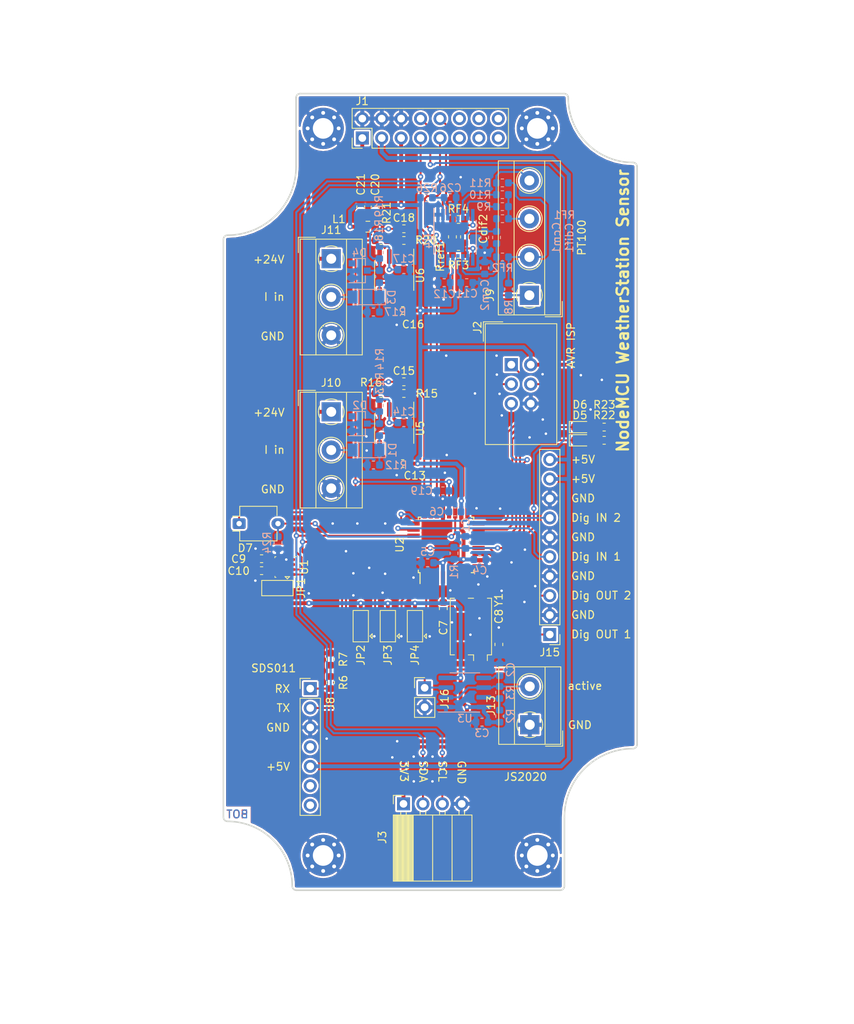
<source format=kicad_pcb>
(kicad_pcb (version 20171130) (host pcbnew "(5.1.6)-1")
  (title_block (title "NodeMCU Weather Station Sensor") (date 2020-07-20) (rev 1) (company "RWTH Aachen University - Physik 3B"))
  (layers (0 F.Cu signal) (31 B.Cu signal) (34 B.Paste user) (35 F.Paste user) (36 B.SilkS user) (37 F.SilkS user) (38 B.Mask user) (39 F.Mask user) (44 Edge.Cuts user))
  (net 0 "")
  (net 1 GND)
  (net 2 +3V3)
  (net 3 +24V)
  (net 4 +5V)
  (net 5 /SDA)
  (net 6 /SCL)
  (net 7 "Net-(J1-Pad16)")
  (net 8 "Net-(J1-Pad15)")
  (net 9 "Net-(J1-Pad14)")
  (net 10 "Net-(J1-Pad13)")
  (net 11 "Net-(J1-Pad12)")
  (net 12 "Net-(J1-Pad11)")
  (net 13 /AIN)
  (net 14 /WS2812)
  (net 15 "Net-(D1-Pad2)")
  (net 16 "Net-(D3-Pad2)")
  (net 17 "/I2C Water Sensor/RESET")
  (net 18 "Net-(C2-Pad1)")
  (net 19 "Net-(C7-Pad1)")
  (net 20 "Net-(C8-Pad1)")
  (net 21 "Net-(C14-Pad2)")
  (net 22 "/I2C Water Sensor/ADC0")
  (net 23 "Net-(C15-Pad1)")
  (net 24 "Net-(C17-Pad2)")
  (net 25 "/I2C Water Sensor/ADC1")
  (net 26 "Net-(C18-Pad1)")
  (net 27 "/4to20in 1/Vref")
  (net 28 "Net-(C26-Pad1)")
  (net 29 "/PT100 I2C readout/AIN1")
  (net 30 "/PT100 I2C readout/AIN0")
  (net 31 "Net-(Cdif2-Pad2)")
  (net 32 "Net-(Cdif2-Pad1)")
  (net 33 "/4to20in 1/4to20input")
  (net 34 "/4to20in 2/4to20input")
  (net 35 "Net-(D5-Pad2)")
  (net 36 "Net-(D5-Pad1)")
  (net 37 "Net-(D6-Pad2)")
  (net 38 "Net-(D6-Pad1)")
  (net 39 "/I2C Water Sensor/ADC2")
  (net 40 "/I2C Water Sensor/MOSI")
  (net 41 "/I2C Water Sensor/SCK")
  (net 42 "/I2C Water Sensor/MISO")
  (net 43 "/I2C Water Sensor/NC")
  (net 44 "/I2C Water Sensor/1um")
  (net 45 "/I2C Water Sensor/25um")
  (net 46 "/I2C Water Sensor/TXD")
  (net 47 "Net-(J8-Pad1)")
  (net 48 "/PT100 I2C readout/AIN3")
  (net 49 "Net-(J9-Pad3)")
  (net 50 "Net-(J9-Pad2)")
  (net 51 "Net-(J9-Pad1)")
  (net 52 "/Sensor Front End/THR")
  (net 53 "/I2C Water Sensor/DigIn2")
  (net 54 "/I2C Water Sensor/DigIn1")
  (net 55 "/I2C Water Sensor/DigOut2")
  (net 56 "/I2C Water Sensor/DigOut1")
  (net 57 "/I2C Water Sensor/FREQIN")
  (net 58 "/I2C Water Sensor/ADDR0")
  (net 59 "/I2C Water Sensor/ADDR1")
  (net 60 "/I2C Water Sensor/ADDR2")
  (net 61 "Net-(R2-Pad2)")
  (net 62 "/I2C Water Sensor/RXD")
  (net 63 "/PT100 I2C readout/AIN2")
  (net 64 "Net-(R15-Pad2)")
  (net 65 "Net-(R20-Pad2)")
  (net 66 "Net-(U5-Pad5)")
  (net 67 "Net-(U6-Pad5)")
  (net 68 "Net-(U4-Pad14)")
  (net 69 "Net-(JP1-Pad2)")
  (module MountingHole:MountingHole_2.7mm_M2.5_Pad_Via (layer F.Cu) (at 102.613116 63.026635)
    (fp_text reference H6 hide)
    (fp_text value MountingHole_Pad hide)
    (pad 1 thru_hole circle (at 1.431891 -1.431891) (size 0.8 0.8) (drill 0.5) (layers *.Cu *.Mask) (net 1 GND))
    (pad 1 thru_hole circle (at 0 -2.025) (size 0.8 0.8) (drill 0.5) (layers *.Cu *.Mask) (net 1 GND))
    (pad 1 thru_hole circle (at -1.431891 -1.431891) (size 0.8 0.8) (drill 0.5) (layers *.Cu *.Mask) (net 1 GND))
    (pad 1 thru_hole circle (at -2.025 0) (size 0.8 0.8) (drill 0.5) (layers *.Cu *.Mask) (net 1 GND))
    (pad 1 thru_hole circle (at -1.431891 1.431891) (size 0.8 0.8) (drill 0.5) (layers *.Cu *.Mask) (net 1 GND))
    (pad 1 thru_hole circle (at 0 2.025) (size 0.8 0.8) (drill 0.5) (layers *.Cu *.Mask) (net 1 GND))
    (pad 1 thru_hole circle (at 1.431891 1.431891) (size 0.8 0.8) (drill 0.5) (layers *.Cu *.Mask) (net 1 GND))
    (pad 1 thru_hole circle (at 2.025 0) (size 0.8 0.8) (drill 0.5) (layers *.Cu *.Mask) (net 1 GND))
    (pad 1 thru_hole circle (at 0 0) (size 5.4 5.4) (drill 2.7) (layers *.Cu *.Mask) (net 1 GND))
  )
  (module MountingHole:MountingHole_2.7mm_M2.5_Pad_Via (layer F.Cu) (at 74.613284 158.026565)
    (fp_text reference H5 hide)
    (fp_text value MountingHole_Pad hide)
    (pad 1 thru_hole circle (at 1.431891 -1.431891) (size 0.8 0.8) (drill 0.5) (layers *.Cu *.Mask) (net 1 GND))
    (pad 1 thru_hole circle (at 0 -2.025) (size 0.8 0.8) (drill 0.5) (layers *.Cu *.Mask) (net 1 GND))
    (pad 1 thru_hole circle (at -1.431891 -1.431891) (size 0.8 0.8) (drill 0.5) (layers *.Cu *.Mask) (net 1 GND))
    (pad 1 thru_hole circle (at -2.025 0) (size 0.8 0.8) (drill 0.5) (layers *.Cu *.Mask) (net 1 GND))
    (pad 1 thru_hole circle (at -1.431891 1.431891) (size 0.8 0.8) (drill 0.5) (layers *.Cu *.Mask) (net 1 GND))
    (pad 1 thru_hole circle (at 0 2.025) (size 0.8 0.8) (drill 0.5) (layers *.Cu *.Mask) (net 1 GND))
    (pad 1 thru_hole circle (at 1.431891 1.431891) (size 0.8 0.8) (drill 0.5) (layers *.Cu *.Mask) (net 1 GND))
    (pad 1 thru_hole circle (at 2.025 0) (size 0.8 0.8) (drill 0.5) (layers *.Cu *.Mask) (net 1 GND))
    (pad 1 thru_hole circle (at 0 0) (size 5.4 5.4) (drill 2.7) (layers *.Cu *.Mask) (net 1 GND))
  )
  (module MountingHole:MountingHole_2.7mm_M2.5_Pad_Via (layer F.Cu) (at 102.613116 158.026565)
    (fp_text reference H4 hide)
    (fp_text value MountingHole_Pad hide)
    (pad 1 thru_hole circle (at 1.431891 -1.431891) (size 0.8 0.8) (drill 0.5) (layers *.Cu *.Mask) (net 1 GND))
    (pad 1 thru_hole circle (at 0 -2.025) (size 0.8 0.8) (drill 0.5) (layers *.Cu *.Mask) (net 1 GND))
    (pad 1 thru_hole circle (at -1.431891 -1.431891) (size 0.8 0.8) (drill 0.5) (layers *.Cu *.Mask) (net 1 GND))
    (pad 1 thru_hole circle (at -2.025 0) (size 0.8 0.8) (drill 0.5) (layers *.Cu *.Mask) (net 1 GND))
    (pad 1 thru_hole circle (at -1.431891 1.431891) (size 0.8 0.8) (drill 0.5) (layers *.Cu *.Mask) (net 1 GND))
    (pad 1 thru_hole circle (at 0 2.025) (size 0.8 0.8) (drill 0.5) (layers *.Cu *.Mask) (net 1 GND))
    (pad 1 thru_hole circle (at 1.431891 1.431891) (size 0.8 0.8) (drill 0.5) (layers *.Cu *.Mask) (net 1 GND))
    (pad 1 thru_hole circle (at 2.025 0) (size 0.8 0.8) (drill 0.5) (layers *.Cu *.Mask) (net 1 GND))
    (pad 1 thru_hole circle (at 0 0) (size 5.4 5.4) (drill 2.7) (layers *.Cu *.Mask) (net 1 GND))
  )
  (module MountingHole:MountingHole_2.7mm_M2.5_Pad_Via (layer F.Cu) (at 74.613284 63.026635)
    (fp_text reference H3 hide)
    (fp_text value MountingHole_Pad hide)
    (pad 1 thru_hole circle (at 1.431891 -1.431891) (size 0.8 0.8) (drill 0.5) (layers *.Cu *.Mask) (net 1 GND))
    (pad 1 thru_hole circle (at 0 -2.025) (size 0.8 0.8) (drill 0.5) (layers *.Cu *.Mask) (net 1 GND))
    (pad 1 thru_hole circle (at -1.431891 -1.431891) (size 0.8 0.8) (drill 0.5) (layers *.Cu *.Mask) (net 1 GND))
    (pad 1 thru_hole circle (at -2.025 0) (size 0.8 0.8) (drill 0.5) (layers *.Cu *.Mask) (net 1 GND))
    (pad 1 thru_hole circle (at -1.431891 1.431891) (size 0.8 0.8) (drill 0.5) (layers *.Cu *.Mask) (net 1 GND))
    (pad 1 thru_hole circle (at 0 2.025) (size 0.8 0.8) (drill 0.5) (layers *.Cu *.Mask) (net 1 GND))
    (pad 1 thru_hole circle (at 1.431891 1.431891) (size 0.8 0.8) (drill 0.5) (layers *.Cu *.Mask) (net 1 GND))
    (pad 1 thru_hole circle (at 2.025 0) (size 0.8 0.8) (drill 0.5) (layers *.Cu *.Mask) (net 1 GND))
    (pad 1 thru_hole circle (at 0 0) (size 5.4 5.4) (drill 2.7) (layers *.Cu *.Mask) (net 1 GND))
  )
  (module Package_LGA:Bosch_LGA-8_2.5x2.5mm_P0.65mm_ClockwisePinNumbering (layer F.Cu) (at 69.6569 120.33974 270)
    (fp_text reference U1 (at 0.015 -2.465 90) (layer F.SilkS))
    (fp_text value BME280)
    (pad 5 smd rect (at 0.975 1.025) (size 0.5 0.35) (layers F.Cu F.Paste F.Mask) (net 69 "Net-(JP1-Pad2)"))
    (pad 6 smd rect (at 0.325 1.025) (size 0.5 0.35) (layers F.Cu F.Paste F.Mask) (net 2 +3V3))
    (pad 7 smd rect (at -0.325 1.025) (size 0.5 0.35) (layers F.Cu F.Paste F.Mask) (net 1 GND))
    (pad 8 smd rect (at -0.975 1.025) (size 0.5 0.35) (layers F.Cu F.Paste F.Mask) (net 2 +3V3))
    (pad 1 smd rect (at -0.975 -1.025) (size 0.5 0.35) (layers F.Cu F.Paste F.Mask) (net 1 GND))
    (pad 2 smd rect (at -0.325 -1.025) (size 0.5 0.35) (layers F.Cu F.Paste F.Mask) (net 2 +3V3))
    (pad 3 smd rect (at 0.325 -1.025) (size 0.5 0.35) (layers F.Cu F.Paste F.Mask) (net 5 /SDA))
    (pad 4 smd rect (at 0.975 -1.025) (size 0.5 0.35) (layers F.Cu F.Paste F.Mask) (net 6 /SCL))
  )
  (module Jumper:SolderJumper-3_P1.3mm_Bridged12_Pad1.0x1.5mm (layer F.Cu) (at 68.6308 123.09094 180)
    (fp_text reference JP1 (at -3.0988 0 90) (layer F.SilkS))
    (fp_text value SolderJumper_3_Bridged12 hide)
    (fp_poly (pts (xy -0.9 -0.3) (xy -0.4 -0.3) (xy -0.4 0.3) (xy -0.9 0.3)) (layer F.Cu) (width 0))
    (pad 2 smd rect (at 0 0 180) (size 1 1.5) (layers F.Cu F.Mask) (net 69 "Net-(JP1-Pad2)"))
    (pad 3 smd rect (at 1.3 0 180) (size 1 1.5) (layers F.Cu F.Mask) (net 2 +3V3))
    (pad 1 smd rect (at -1.3 0 180) (size 1 1.5) (layers F.Cu F.Mask) (net 1 GND))
  )
  (module Capacitor_SMD:C_0603_1608Metric (layer F.Cu) (at 66.5607 120.81764 180)
    (fp_text reference C10 (at 2.9972 -0.033) (layer F.SilkS))
    (fp_text value 100n)
    (pad 2 smd roundrect (at 0.7875 0 180) (size 0.875 0.95) (layers F.Cu F.Paste F.Mask) (net 1 GND))
    (pad 1 smd roundrect (at -0.7875 0 180) (size 0.875 0.95) (layers F.Cu F.Paste F.Mask) (net 2 +3V3))
  )
  (module Capacitor_SMD:C_0603_1608Metric (layer F.Cu) (at 66.5607 119.25554 180)
    (fp_text reference C9 (at 2.9972 -0.033) (layer F.SilkS))
    (fp_text value 100n)
    (pad 2 smd roundrect (at 0.7875 0 180) (size 0.875 0.95) (layers F.Cu F.Paste F.Mask) (net 1 GND))
    (pad 1 smd roundrect (at -0.7875 0 180) (size 0.875 0.95) (layers F.Cu F.Paste F.Mask) (net 2 +3V3))
  )
  (module Connector_PinSocket_2.54mm:PinSocket_1x04_P2.54mm_Horizontal (layer F.Cu) (at 85.1154 151.2824 90)
    (fp_text reference J3 (at -4.38 -2.77 90) (layer F.SilkS))
    (fp_text value Conn_01x04 hide)
    (pad 4 thru_hole oval (at 0 7.62 90) (size 1.7 1.7) (drill 1) (layers *.Cu *.Mask) (net 1 GND))
    (pad 3 thru_hole oval (at 0 5.08 90) (size 1.7 1.7) (drill 1) (layers *.Cu *.Mask) (net 6 /SCL))
    (pad 2 thru_hole oval (at 0 2.54 90) (size 1.7 1.7) (drill 1) (layers *.Cu *.Mask) (net 5 /SDA))
    (pad 1 thru_hole rect (at 0 0 90) (size 1.7 1.7) (drill 1) (layers *.Cu *.Mask) (net 2 +3V3))
  )
  (module Package_SO:TSSOP-16_4.4x5mm_P0.65mm (layer B.Cu) (at 91.8972 77.2541 270)
    (fp_text reference U4 (at 0.51054 3.57124 270) (layer B.SilkS) (effects (justify mirror)))
    (fp_text value ADS122C04IPW)
    (pad 16 smd rect (at 2.95 2.275 270) (size 1.5 0.45) (layers B.Cu B.Paste B.Mask) (net 6 /SCL))
    (pad 15 smd rect (at 2.95 1.625 270) (size 1.5 0.45) (layers B.Cu B.Paste B.Mask) (net 5 /SDA))
    (pad 14 smd rect (at 2.95 0.975 270) (size 1.5 0.45) (layers B.Cu B.Paste B.Mask) (net 68 "Net-(U4-Pad14)"))
    (pad 13 smd rect (at 2.95 0.325 270) (size 1.5 0.45) (layers B.Cu B.Paste B.Mask) (net 2 +3V3))
    (pad 12 smd rect (at 2.95 -0.325 270) (size 1.5 0.45) (layers B.Cu B.Paste B.Mask) (net 2 +3V3))
    (pad 11 smd rect (at 2.95 -0.975 270) (size 1.5 0.45) (layers B.Cu B.Paste B.Mask) (net 30 "/PT100 I2C readout/AIN0"))
    (pad 10 smd rect (at 2.95 -1.625 270) (size 1.5 0.45) (layers B.Cu B.Paste B.Mask) (net 29 "/PT100 I2C readout/AIN1"))
    (pad 9 smd rect (at 2.95 -2.275 270) (size 1.5 0.45) (layers B.Cu B.Paste B.Mask) (net 32 "Net-(Cdif2-Pad1)"))
    (pad 8 smd rect (at -2.95 -2.275 270) (size 1.5 0.45) (layers B.Cu B.Paste B.Mask) (net 31 "Net-(Cdif2-Pad2)"))
    (pad 7 smd rect (at -2.95 -1.625 270) (size 1.5 0.45) (layers B.Cu B.Paste B.Mask) (net 63 "/PT100 I2C readout/AIN2"))
    (pad 6 smd rect (at -2.95 -0.975 270) (size 1.5 0.45) (layers B.Cu B.Paste B.Mask) (net 48 "/PT100 I2C readout/AIN3"))
    (pad 5 smd rect (at -2.95 -0.325 270) (size 1.5 0.45) (layers B.Cu B.Paste B.Mask) (net 1 GND))
    (pad 4 smd rect (at -2.95 0.325 270) (size 1.5 0.45) (layers B.Cu B.Paste B.Mask) (net 1 GND))
    (pad 3 smd rect (at -2.95 0.975 270) (size 1.5 0.45) (layers B.Cu B.Paste B.Mask) (net 28 "Net-(C26-Pad1)"))
    (pad 2 smd rect (at -2.95 1.625 270) (size 1.5 0.45) (layers B.Cu B.Paste B.Mask) (net 1 GND))
    (pad 1 smd rect (at -2.95 2.275 270) (size 1.5 0.45) (layers B.Cu B.Paste B.Mask) (net 1 GND))
  )
  (module Capacitor_SMD:C_0603_1608Metric (layer F.Cu) (at 85.0138 86.8324 180)
    (fp_text reference C16 (at -1.3589 -1.8009) (layer F.SilkS))
    (fp_text value 100n)
    (pad 2 smd roundrect (at 0.7875 0 180) (size 0.875 0.95) (layers F.Cu F.Paste F.Mask) (net 1 GND))
    (pad 1 smd roundrect (at -0.7875 0 180) (size 0.875 0.95) (layers F.Cu F.Paste F.Mask) (net 2 +3V3))
  )
  (module Capacitor_SMD:C_0603_1608Metric (layer F.Cu) (at 85.0138 106.8324 180)
    (fp_text reference C13 (at -1.5748 -1.5621) (layer F.SilkS))
    (fp_text value 100n)
    (pad 2 smd roundrect (at 0.7875 0 180) (size 0.875 0.95) (layers F.Cu F.Paste F.Mask) (net 1 GND))
    (pad 1 smd roundrect (at -0.7875 0 180) (size 0.875 0.95) (layers F.Cu F.Paste F.Mask) (net 2 +3V3))
  )
  (module Resistor_SMD:R_0603_1608Metric (layer B.Cu) (at 81.9658 99.2378 90)
    (fp_text reference R14 (at 6.0579 0.0457 90) (layer B.SilkS) (effects (justify mirror)))
    (fp_text value 100k)
    (pad 1 smd roundrect (at -0.7875 0 90) (size 0.875 0.95) (layers B.Cu B.Paste B.Mask) (net 23 "Net-(C15-Pad1)"))
    (pad 2 smd roundrect (at 0.7875 0 90) (size 0.875 0.95) (layers B.Cu B.Paste B.Mask) (net 21 "Net-(C14-Pad2)"))
  )
  (module Resistor_SMD:R_0603_1608Metric (layer B.Cu) (at 81.9658 102.3874 90)
    (fp_text reference R13 (at 6.0579 0.0457 90) (layer B.SilkS) (effects (justify mirror)))
    (fp_text value 100k)
    (pad 1 smd roundrect (at -0.7875 0 90) (size 0.875 0.95) (layers B.Cu B.Paste B.Mask) (net 33 "/4to20in 1/4to20input"))
    (pad 2 smd roundrect (at 0.7875 0 90) (size 0.875 0.95) (layers B.Cu B.Paste B.Mask) (net 23 "Net-(C15-Pad1)"))
  )
  (module Resistor_SMD:R_0603_1608Metric (layer F.Cu) (at 82.1944 97.663 180)
    (fp_text reference R16 (at 1.3081 1.4351) (layer F.SilkS))
    (fp_text value 75k)
    (pad 1 smd roundrect (at -0.7875 0 180) (size 0.875 0.95) (layers F.Cu F.Paste F.Mask) (net 64 "Net-(R15-Pad2)"))
    (pad 2 smd roundrect (at 0.7875 0 180) (size 0.875 0.95) (layers F.Cu F.Paste F.Mask) (net 27 "/4to20in 1/Vref"))
  )
  (module Resistor_SMD:R_0603_1608Metric (layer F.Cu) (at 85.1662 97.663 180)
    (fp_text reference R15 (at -3.0099 -0.0127) (layer F.SilkS))
    (fp_text value 15k)
    (pad 1 smd roundrect (at -0.7875 0 180) (size 0.875 0.95) (layers F.Cu F.Paste F.Mask) (net 22 "/I2C Water Sensor/ADC0"))
    (pad 2 smd roundrect (at 0.7875 0 180) (size 0.875 0.95) (layers F.Cu F.Paste F.Mask) (net 64 "Net-(R15-Pad2)"))
  )
  (module Resistor_SMD:R_0603_1608Metric (layer B.Cu) (at 81.1784 107.0102 180)
    (fp_text reference R12 (at -2.9845 -0.0254) (layer B.SilkS) (effects (justify mirror)))
    (fp_text value 160)
    (pad 1 smd roundrect (at -0.7875 0 180) (size 0.875 0.95) (layers B.Cu B.Paste B.Mask) (net 33 "/4to20in 1/4to20input"))
    (pad 2 smd roundrect (at 0.7875 0 180) (size 0.875 0.95) (layers B.Cu B.Paste B.Mask) (net 1 GND))
  )
  (module Package_SO:SOIC-8_3.9x4.9mm_P1.27mm (layer F.Cu) (at 83.8962 102.235 270)
    (fp_text reference U5 (at 0 -3.4 90) (layer F.SilkS))
    (fp_text value LT1492)
    (pad 1 smd roundrect (at -2.475 -1.905 270) (size 1.95 0.6) (layers F.Cu F.Paste F.Mask) (net 22 "/I2C Water Sensor/ADC0"))
    (pad 2 smd roundrect (at -2.475 -0.635 270) (size 1.95 0.6) (layers F.Cu F.Paste F.Mask) (net 64 "Net-(R15-Pad2)"))
    (pad 3 smd roundrect (at -2.475 0.635 270) (size 1.95 0.6) (layers F.Cu F.Paste F.Mask) (net 21 "Net-(C14-Pad2)"))
    (pad 4 smd roundrect (at -2.475 1.905 270) (size 1.95 0.6) (layers F.Cu F.Paste F.Mask) (net 1 GND))
    (pad 5 smd roundrect (at 2.475 1.905 270) (size 1.95 0.6) (layers F.Cu F.Paste F.Mask) (net 66 "Net-(U5-Pad5)"))
    (pad 6 smd roundrect (at 2.475 0.635 270) (size 1.95 0.6) (layers F.Cu F.Paste F.Mask) (net 1 GND))
    (pad 7 smd roundrect (at 2.475 -0.635 270) (size 1.95 0.6) (layers F.Cu F.Paste F.Mask) (net 66 "Net-(U5-Pad5)"))
    (pad 8 smd roundrect (at 2.475 -1.905 270) (size 1.95 0.6) (layers F.Cu F.Paste F.Mask) (net 2 +3V3))
  )
  (module Diode_SMD:D_MiniMELF (layer B.Cu) (at 80.2132 105.0544 180)
    (fp_text reference D1 (at -3.4671 -0.0127 270) (layer B.SilkS) (effects (justify mirror)))
    (fp_text value LL4148)
    (pad 1 smd rect (at -1.75 0 180) (size 1.3 1.7) (layers B.Cu B.Paste B.Mask) (net 33 "/4to20in 1/4to20input"))
    (pad 2 smd rect (at 1.75 0 180) (size 1.3 1.7) (layers B.Cu B.Paste B.Mask) (net 15 "Net-(D1-Pad2)"))
  )
  (module Diode_SMD:D_SOT-23_ANK (layer B.Cu) (at 79.375 101.6)
    (fp_text reference D2 (at 0.0381 -2.3876) (layer B.SilkS) (effects (justify mirror)))
    (fp_text value BZX84Cxx)
    (pad 2 smd rect (at -1 0.95) (size 0.9 0.8) (layers B.Cu B.Paste B.Mask) (net 1 GND))
    (pad "" smd rect (at -1 -0.95) (size 0.9 0.8) (layers B.Cu B.Paste B.Mask))
    (pad 1 smd rect (at 1 0) (size 0.9 0.8) (layers B.Cu B.Paste B.Mask) (net 23 "Net-(C15-Pad1)"))
  )
  (module Capacitor_SMD:C_0603_1608Metric (layer F.Cu) (at 85.1662 96.139)
    (fp_text reference C15 (at 0 -1.43) (layer F.SilkS))
    (fp_text value 100n)
    (pad 1 smd roundrect (at -0.7875 0) (size 0.875 0.95) (layers F.Cu F.Paste F.Mask) (net 23 "Net-(C15-Pad1)"))
    (pad 2 smd roundrect (at 0.7875 0) (size 0.875 0.95) (layers F.Cu F.Paste F.Mask) (net 22 "/I2C Water Sensor/ADC0"))
  )
  (module Capacitor_SMD:C_0603_1608Metric (layer B.Cu) (at 85.1662 101.473 180)
    (fp_text reference C14 (at 0 1.43 180) (layer B.SilkS) (effects (justify mirror)))
    (fp_text value 100n)
    (pad 1 smd roundrect (at -0.7875 0 180) (size 0.875 0.95) (layers B.Cu B.Paste B.Mask) (net 1 GND))
    (pad 2 smd roundrect (at 0.7875 0 180) (size 0.875 0.95) (layers B.Cu B.Paste B.Mask) (net 21 "Net-(C14-Pad2)"))
  )
  (module Crystal:Crystal_SMD_EuroQuartz_MQ-4Pin_7.0x5.0mm (layer F.Cu) (at 93.9292 128.1176 90)
    (fp_text reference Y1 (at 3.4671 3.6322 90) (layer F.SilkS))
    (fp_text value 16MHz)
    (pad 4 smd rect (at -3.15 -1.25 90) (size 2.2 1.4) (layers F.Cu F.Paste F.Mask) (net 1 GND))
    (pad 3 smd rect (at 3.15 -1.25 90) (size 2.2 1.4) (layers F.Cu F.Paste F.Mask) (net 19 "Net-(C7-Pad1)"))
    (pad 2 smd rect (at 3.15 1.25 90) (size 2.2 1.4) (layers F.Cu F.Paste F.Mask) (net 1 GND))
    (pad 1 smd rect (at -3.15 1.25 90) (size 2.2 1.4) (layers F.Cu F.Paste F.Mask) (net 20 "Net-(C8-Pad1)"))
  )
  (module Package_SO:SOIC-8_3.9x4.9mm_P1.27mm (layer F.Cu) (at 83.8962 82.2452 270)
    (fp_text reference U6 (at 0 -3.4 90) (layer F.SilkS))
    (fp_text value LT1492)
    (pad 8 smd roundrect (at 2.475 -1.905 270) (size 1.95 0.6) (layers F.Cu F.Paste F.Mask) (net 2 +3V3))
    (pad 7 smd roundrect (at 2.475 -0.635 270) (size 1.95 0.6) (layers F.Cu F.Paste F.Mask) (net 67 "Net-(U6-Pad5)"))
    (pad 6 smd roundrect (at 2.475 0.635 270) (size 1.95 0.6) (layers F.Cu F.Paste F.Mask) (net 1 GND))
    (pad 5 smd roundrect (at 2.475 1.905 270) (size 1.95 0.6) (layers F.Cu F.Paste F.Mask) (net 67 "Net-(U6-Pad5)"))
    (pad 4 smd roundrect (at -2.475 1.905 270) (size 1.95 0.6) (layers F.Cu F.Paste F.Mask) (net 1 GND))
    (pad 3 smd roundrect (at -2.475 0.635 270) (size 1.95 0.6) (layers F.Cu F.Paste F.Mask) (net 24 "Net-(C17-Pad2)"))
    (pad 2 smd roundrect (at -2.475 -0.635 270) (size 1.95 0.6) (layers F.Cu F.Paste F.Mask) (net 65 "Net-(R20-Pad2)"))
    (pad 1 smd roundrect (at -2.475 -1.905 270) (size 1.95 0.6) (layers F.Cu F.Paste F.Mask) (net 25 "/I2C Water Sensor/ADC1"))
  )
  (module Package_SO:SOIC-8_3.9x4.9mm_P1.27mm (layer B.Cu) (at 93.1418 136.7282)
    (fp_text reference U3 (at 0 3.4) (layer B.SilkS) (effects (justify mirror)))
    (fp_text value TLC555CD)
    (pad 8 smd roundrect (at 2.475 1.905) (size 1.95 0.6) (layers B.Cu B.Paste B.Mask) (net 2 +3V3))
    (pad 7 smd roundrect (at 2.475 0.635) (size 1.95 0.6) (layers B.Cu B.Paste B.Mask) (net 61 "Net-(R2-Pad2)"))
    (pad 6 smd roundrect (at 2.475 -0.635) (size 1.95 0.6) (layers B.Cu B.Paste B.Mask) (net 52 "/Sensor Front End/THR"))
    (pad 5 smd roundrect (at 2.475 -1.905) (size 1.95 0.6) (layers B.Cu B.Paste B.Mask) (net 18 "Net-(C2-Pad1)"))
    (pad 4 smd roundrect (at -2.475 -1.905) (size 1.95 0.6) (layers B.Cu B.Paste B.Mask) (net 2 +3V3))
    (pad 3 smd roundrect (at -2.475 -0.635) (size 1.95 0.6) (layers B.Cu B.Paste B.Mask) (net 57 "/I2C Water Sensor/FREQIN"))
    (pad 2 smd roundrect (at -2.475 0.635) (size 1.95 0.6) (layers B.Cu B.Paste B.Mask) (net 52 "/Sensor Front End/THR"))
    (pad 1 smd roundrect (at -2.475 1.905) (size 1.95 0.6) (layers B.Cu B.Paste B.Mask) (net 1 GND))
  )
  (module Package_QFP:TQFP-32_7x7mm_P0.8mm (layer F.Cu) (at 90.678 117.4496 90)
    (fp_text reference U2 (at 0 -6.05 90) (layer F.SilkS))
    (fp_text value ATmega328P-AU)
    (pad 32 smd rect (at -2.8 -4.25 180) (size 1.6 0.55) (layers F.Cu F.Paste F.Mask) (net 58 "/I2C Water Sensor/ADDR0"))
    (pad 31 smd rect (at -2 -4.25 180) (size 1.6 0.55) (layers F.Cu F.Paste F.Mask) (net 46 "/I2C Water Sensor/TXD"))
    (pad 30 smd rect (at -1.2 -4.25 180) (size 1.6 0.55) (layers F.Cu F.Paste F.Mask) (net 62 "/I2C Water Sensor/RXD"))
    (pad 29 smd rect (at -0.4 -4.25 180) (size 1.6 0.55) (layers F.Cu F.Paste F.Mask) (net 17 "/I2C Water Sensor/RESET"))
    (pad 28 smd rect (at 0.4 -4.25 180) (size 1.6 0.55) (layers F.Cu F.Paste F.Mask) (net 6 /SCL))
    (pad 27 smd rect (at 1.2 -4.25 180) (size 1.6 0.55) (layers F.Cu F.Paste F.Mask) (net 5 /SDA))
    (pad 26 smd rect (at 2 -4.25 180) (size 1.6 0.55) (layers F.Cu F.Paste F.Mask) (net 54 "/I2C Water Sensor/DigIn1"))
    (pad 25 smd rect (at 2.8 -4.25 180) (size 1.6 0.55) (layers F.Cu F.Paste F.Mask) (net 53 "/I2C Water Sensor/DigIn2"))
    (pad 24 smd rect (at 4.25 -2.8 90) (size 1.6 0.55) (layers F.Cu F.Paste F.Mask) (net 22 "/I2C Water Sensor/ADC0"))
    (pad 23 smd rect (at 4.25 -2 90) (size 1.6 0.55) (layers F.Cu F.Paste F.Mask) (net 25 "/I2C Water Sensor/ADC1"))
    (pad 22 smd rect (at 4.25 -1.2 90) (size 1.6 0.55) (layers F.Cu F.Paste F.Mask) (net 13 /AIN))
    (pad 21 smd rect (at 4.25 -0.4 90) (size 1.6 0.55) (layers F.Cu F.Paste F.Mask) (net 1 GND))
    (pad 20 smd rect (at 4.25 0.4 90) (size 1.6 0.55) (layers F.Cu F.Paste F.Mask) (net 27 "/4to20in 1/Vref"))
    (pad 19 smd rect (at 4.25 1.2 90) (size 1.6 0.55) (layers F.Cu F.Paste F.Mask) (net 39 "/I2C Water Sensor/ADC2"))
    (pad 18 smd rect (at 4.25 2 90) (size 1.6 0.55) (layers F.Cu F.Paste F.Mask) (net 2 +3V3))
    (pad 17 smd rect (at 4.25 2.8 90) (size 1.6 0.55) (layers F.Cu F.Paste F.Mask) (net 41 "/I2C Water Sensor/SCK"))
    (pad 16 smd rect (at 2.8 4.25 180) (size 1.6 0.55) (layers F.Cu F.Paste F.Mask) (net 42 "/I2C Water Sensor/MISO"))
    (pad 15 smd rect (at 2 4.25 180) (size 1.6 0.55) (layers F.Cu F.Paste F.Mask) (net 40 "/I2C Water Sensor/MOSI"))
    (pad 14 smd rect (at 1.2 4.25 180) (size 1.6 0.55) (layers F.Cu F.Paste F.Mask) (net 38 "Net-(D6-Pad1)"))
    (pad 13 smd rect (at 0.4 4.25 180) (size 1.6 0.55) (layers F.Cu F.Paste F.Mask) (net 36 "Net-(D5-Pad1)"))
    (pad 12 smd rect (at -0.4 4.25 180) (size 1.6 0.55) (layers F.Cu F.Paste F.Mask) (net 14 /WS2812))
    (pad 11 smd rect (at -1.2 4.25 180) (size 1.6 0.55) (layers F.Cu F.Paste F.Mask) (net 55 "/I2C Water Sensor/DigOut2"))
    (pad 10 smd rect (at -2 4.25 180) (size 1.6 0.55) (layers F.Cu F.Paste F.Mask) (net 56 "/I2C Water Sensor/DigOut1"))
    (pad 9 smd rect (at -2.8 4.25 180) (size 1.6 0.55) (layers F.Cu F.Paste F.Mask) (net 57 "/I2C Water Sensor/FREQIN"))
    (pad 8 smd rect (at -4.25 2.8 90) (size 1.6 0.55) (layers F.Cu F.Paste F.Mask) (net 20 "Net-(C8-Pad1)"))
    (pad 7 smd rect (at -4.25 2 90) (size 1.6 0.55) (layers F.Cu F.Paste F.Mask) (net 19 "Net-(C7-Pad1)"))
    (pad 6 smd rect (at -4.25 1.2 90) (size 1.6 0.55) (layers F.Cu F.Paste F.Mask) (net 2 +3V3))
    (pad 5 smd rect (at -4.25 0.4 90) (size 1.6 0.55) (layers F.Cu F.Paste F.Mask) (net 1 GND))
    (pad 4 smd rect (at -4.25 -0.4 90) (size 1.6 0.55) (layers F.Cu F.Paste F.Mask) (net 2 +3V3))
    (pad 3 smd rect (at -4.25 -1.2 90) (size 1.6 0.55) (layers F.Cu F.Paste F.Mask) (net 1 GND))
    (pad 2 smd rect (at -4.25 -2 90) (size 1.6 0.55) (layers F.Cu F.Paste F.Mask) (net 60 "/I2C Water Sensor/ADDR2"))
    (pad 1 smd rect (at -4.25 -2.8 90) (size 1.6 0.55) (layers F.Cu F.Paste F.Mask) (net 59 "/I2C Water Sensor/ADDR1"))
  )
  (module Resistor_SMD:R_0603_1608Metric (layer F.Cu) (at 91.5162 77.2033 270)
    (fp_text reference Rref1 (at 2.5781 1.6002 90) (layer F.SilkS))
    (fp_text value 1k65)
    (pad 2 smd roundrect (at 0.7875 0 270) (size 0.875 0.95) (layers F.Cu F.Paste F.Mask) (net 51 "Net-(J9-Pad1)"))
    (pad 1 smd roundrect (at -0.7875 0 270) (size 0.875 0.95) (layers F.Cu F.Paste F.Mask) (net 1 GND))
  )
  (module Resistor_SMD:R_0603_1608Metric (layer F.Cu) (at 92.3036 74.93 180)
    (fp_text reference RF4 (at 0.0127 1.3843) (layer F.SilkS))
    (fp_text value 470)
    (pad 2 smd roundrect (at 0.7875 0 180) (size 0.875 0.95) (layers F.Cu F.Paste F.Mask) (net 1 GND))
    (pad 1 smd roundrect (at -0.7875 0 180) (size 0.875 0.95) (layers F.Cu F.Paste F.Mask) (net 31 "Net-(Cdif2-Pad2)"))
  )
  (module Resistor_SMD:R_0603_1608Metric (layer F.Cu) (at 92.3036 79.4766 180)
    (fp_text reference RF3 (at 0 -1.43) (layer F.SilkS))
    (fp_text value 470)
    (pad 2 smd roundrect (at 0.7875 0 180) (size 0.875 0.95) (layers F.Cu F.Paste F.Mask) (net 51 "Net-(J9-Pad1)"))
    (pad 1 smd roundrect (at -0.7875 0 180) (size 0.875 0.95) (layers F.Cu F.Paste F.Mask) (net 32 "Net-(Cdif2-Pad1)"))
  )
  (module Resistor_SMD:R_0603_1608Metric (layer B.Cu) (at 98.0567 79.8322)
    (fp_text reference RF2 (at 0 1.43 180) (layer B.SilkS) (effects (justify mirror)))
    (fp_text value 470)
    (pad 2 smd roundrect (at 0.7875 0) (size 0.875 0.95) (layers B.Cu B.Paste B.Mask) (net 50 "Net-(J9-Pad2)"))
    (pad 1 smd roundrect (at -0.7875 0) (size 0.875 0.95) (layers B.Cu B.Paste B.Mask) (net 30 "/PT100 I2C readout/AIN0"))
  )
  (module Resistor_SMD:R_0603_1608Metric (layer B.Cu) (at 98.0567 74.8284)
    (fp_text reference RF1 (at 8.0899 -0.4826 180) (layer B.SilkS) (effects (justify mirror)))
    (fp_text value 470)
    (pad 2 smd roundrect (at 0.7875 0) (size 0.875 0.95) (layers B.Cu B.Paste B.Mask) (net 49 "Net-(J9-Pad3)"))
    (pad 1 smd roundrect (at -0.7875 0) (size 0.875 0.95) (layers B.Cu B.Paste B.Mask) (net 29 "/PT100 I2C readout/AIN1"))
  )
  (module Resistor_SMD:R_0603_1608Metric (layer B.Cu) (at 88.1107 72.0863)
    (fp_text reference R26 (at 0.0635 -1.2624 180) (layer B.SilkS) (effects (justify mirror)))
    (fp_text value 10k)
    (pad 2 smd roundrect (at 0.7875 0) (size 0.875 0.95) (layers B.Cu B.Paste B.Mask) (net 28 "Net-(C26-Pad1)"))
    (pad 1 smd roundrect (at -0.7875 0) (size 0.875 0.95) (layers B.Cu B.Paste B.Mask) (net 2 +3V3))
  )
  (module Resistor_SMD:R_0603_1608Metric (layer B.Cu) (at 68.707 117.1575 270)
    (fp_text reference R24 (at 0 1.43 270) (layer B.SilkS) (effects (justify mirror)))
    (fp_text value 10k)
    (pad 2 smd roundrect (at 0.7875 0 270) (size 0.875 0.95) (layers B.Cu B.Paste B.Mask) (net 1 GND))
    (pad 1 smd roundrect (at -0.7875 0 270) (size 0.875 0.95) (layers B.Cu B.Paste B.Mask) (net 39 "/I2C Water Sensor/ADC2"))
  )
  (module Resistor_SMD:R_0603_1608Metric (layer F.Cu) (at 111.3536 102.0572 180)
    (fp_text reference R23 (at -0.0254 2.921) (layer F.SilkS))
    (fp_text value 2k2)
    (pad 2 smd roundrect (at 0.7875 0 180) (size 0.875 0.95) (layers F.Cu F.Paste F.Mask) (net 37 "Net-(D6-Pad2)"))
    (pad 1 smd roundrect (at -0.7875 0 180) (size 0.875 0.95) (layers F.Cu F.Paste F.Mask) (net 2 +3V3))
  )
  (module Resistor_SMD:R_0603_1608Metric (layer F.Cu) (at 111.3536 103.7844 180)
    (fp_text reference R22 (at -0.0127 3.2893) (layer F.SilkS))
    (fp_text value 2k2)
    (pad 2 smd roundrect (at 0.7875 0 180) (size 0.875 0.95) (layers F.Cu F.Paste F.Mask) (net 35 "Net-(D5-Pad2)"))
    (pad 1 smd roundrect (at -0.7875 0 180) (size 0.875 0.95) (layers F.Cu F.Paste F.Mask) (net 2 +3V3))
  )
  (module Resistor_SMD:R_0603_1608Metric (layer F.Cu) (at 82.1944 77.6732 180)
    (fp_text reference R21 (at -0.7239 3.6068 90) (layer F.SilkS))
    (fp_text value 75k)
    (pad 2 smd roundrect (at 0.7875 0 180) (size 0.875 0.95) (layers F.Cu F.Paste F.Mask) (net 27 "/4to20in 1/Vref"))
    (pad 1 smd roundrect (at -0.7875 0 180) (size 0.875 0.95) (layers F.Cu F.Paste F.Mask) (net 65 "Net-(R20-Pad2)"))
  )
  (module Resistor_SMD:R_0603_1608Metric (layer F.Cu) (at 85.1662 77.6732 180)
    (fp_text reference R20 (at -2.921 0.0381) (layer F.SilkS))
    (fp_text value 15k)
    (pad 2 smd roundrect (at 0.7875 0 180) (size 0.875 0.95) (layers F.Cu F.Paste F.Mask) (net 65 "Net-(R20-Pad2)"))
    (pad 1 smd roundrect (at -0.7875 0 180) (size 0.875 0.95) (layers F.Cu F.Paste F.Mask) (net 25 "/I2C Water Sensor/ADC1"))
  )
  (module Resistor_SMD:R_0603_1608Metric (layer B.Cu) (at 81.9658 79.248 90)
    (fp_text reference R19 (at 6.0579 -0.0559 90) (layer B.SilkS) (effects (justify mirror)))
    (fp_text value 100k)
    (pad 2 smd roundrect (at 0.7875 0 90) (size 0.875 0.95) (layers B.Cu B.Paste B.Mask) (net 24 "Net-(C17-Pad2)"))
    (pad 1 smd roundrect (at -0.7875 0 90) (size 0.875 0.95) (layers B.Cu B.Paste B.Mask) (net 26 "Net-(C18-Pad1)"))
  )
  (module Resistor_SMD:R_0603_1608Metric (layer B.Cu) (at 81.9658 82.3976 90)
    (fp_text reference R18 (at 6.0579 -0.0559 90) (layer B.SilkS) (effects (justify mirror)))
    (fp_text value 100k)
    (pad 2 smd roundrect (at 0.7875 0 90) (size 0.875 0.95) (layers B.Cu B.Paste B.Mask) (net 26 "Net-(C18-Pad1)"))
    (pad 1 smd roundrect (at -0.7875 0 90) (size 0.875 0.95) (layers B.Cu B.Paste B.Mask) (net 34 "/4to20in 2/4to20input"))
  )
  (module Resistor_SMD:R_0603_1608Metric (layer B.Cu) (at 81.1784 87.0204 180)
    (fp_text reference R17 (at -2.8702 0) (layer B.SilkS) (effects (justify mirror)))
    (fp_text value 160)
    (pad 2 smd roundrect (at 0.7875 0 180) (size 0.875 0.95) (layers B.Cu B.Paste B.Mask) (net 1 GND))
    (pad 1 smd roundrect (at -0.7875 0 180) (size 0.875 0.95) (layers B.Cu B.Paste B.Mask) (net 34 "/4to20in 2/4to20input"))
  )
  (module Resistor_SMD:R_0603_1608Metric (layer B.Cu) (at 98.044 70.14845)
    (fp_text reference R11 (at -2.8956 0.0203) (layer B.SilkS) (effects (justify mirror)))
    (fp_text value "n.b. (0R)")
    (pad 2 smd roundrect (at 0.7875 0) (size 0.875 0.95) (layers B.Cu B.Paste B.Mask) (net 50 "Net-(J9-Pad2)"))
    (pad 1 smd roundrect (at -0.7875 0) (size 0.875 0.95) (layers B.Cu B.Paste B.Mask) (net 48 "/PT100 I2C readout/AIN3"))
  )
  (module Resistor_SMD:R_0603_1608Metric (layer B.Cu) (at 98.044 71.6915)
    (fp_text reference R10 (at -2.8956 0.0203) (layer B.SilkS) (effects (justify mirror)))
    (fp_text value "n.b. (0R)")
    (pad 2 smd roundrect (at 0.7875 0) (size 0.875 0.95) (layers B.Cu B.Paste B.Mask) (net 49 "Net-(J9-Pad3)"))
    (pad 1 smd roundrect (at -0.7875 0) (size 0.875 0.95) (layers B.Cu B.Paste B.Mask) (net 48 "/PT100 I2C readout/AIN3"))
  )
  (module Resistor_SMD:R_0603_1608Metric (layer B.Cu) (at 98.044 73.2536)
    (fp_text reference R9 (at -2.41941 0.0203) (layer B.SilkS) (effects (justify mirror)))
    (fp_text value "n.b. (0R)")
    (pad 2 smd roundrect (at 0.7875 0) (size 0.875 0.95) (layers B.Cu B.Paste B.Mask) (net 49 "Net-(J9-Pad3)"))
    (pad 1 smd roundrect (at -0.7875 0) (size 0.875 0.95) (layers B.Cu B.Paste B.Mask) (net 63 "/PT100 I2C readout/AIN2"))
  )
  (module Resistor_SMD:R_0603_1608Metric (layer B.Cu) (at 98.8568 84.0359 90)
    (fp_text reference R8 (at -2.3495 0.0254 270) (layer B.SilkS) (effects (justify mirror)))
    (fp_text value "n.b. (0R)")
    (pad 2 smd roundrect (at 0.7875 0 90) (size 0.875 0.95) (layers B.Cu B.Paste B.Mask) (net 50 "Net-(J9-Pad2)"))
    (pad 1 smd roundrect (at -0.7875 0 90) (size 0.875 0.95) (layers B.Cu B.Paste B.Mask) (net 51 "Net-(J9-Pad1)"))
  )
  (module Resistor_SMD:R_0603_1608Metric (layer F.Cu) (at 75.565 132.3848 90)
    (fp_text reference R7 (at -0.0254 1.6764 90) (layer F.SilkS))
    (fp_text value 2k2)
    (pad 2 smd roundrect (at 0.7875 0 90) (size 0.875 0.95) (layers F.Cu F.Paste F.Mask) (net 1 GND))
    (pad 1 smd roundrect (at -0.7875 0 90) (size 0.875 0.95) (layers F.Cu F.Paste F.Mask) (net 62 "/I2C Water Sensor/RXD"))
  )
  (module Resistor_SMD:R_0603_1608Metric (layer F.Cu) (at 75.5722 135.4342 270)
    (fp_text reference R6 (at -0.0014 -1.6819 90) (layer F.SilkS))
    (fp_text value 1k)
    (pad 2 smd roundrect (at 0.7875 0 270) (size 0.875 0.95) (layers F.Cu F.Paste F.Mask) (net 47 "Net-(J8-Pad1)"))
    (pad 1 smd roundrect (at -0.7875 0 270) (size 0.875 0.95) (layers F.Cu F.Paste F.Mask) (net 62 "/I2C Water Sensor/RXD"))
  )
  (module Resistor_SMD:R_0603_1608Metric (layer B.Cu) (at 97.6884 136.7282 90)
    (fp_text reference R3 (at 0 1.43 270) (layer B.SilkS) (effects (justify mirror)))
    (fp_text value 680k)
    (pad 2 smd roundrect (at 0.7875 0 90) (size 0.875 0.95) (layers B.Cu B.Paste B.Mask) (net 52 "/Sensor Front End/THR"))
    (pad 1 smd roundrect (at -0.7875 0 90) (size 0.875 0.95) (layers B.Cu B.Paste B.Mask) (net 61 "Net-(R2-Pad2)"))
  )
  (module Resistor_SMD:R_0603_1608Metric (layer B.Cu) (at 97.6884 139.827 90)
    (fp_text reference R2 (at 0 1.43 90) (layer B.SilkS) (effects (justify mirror)))
    (fp_text value 330k)
    (pad 2 smd roundrect (at 0.7875 0 90) (size 0.875 0.95) (layers B.Cu B.Paste B.Mask) (net 61 "Net-(R2-Pad2)"))
    (pad 1 smd roundrect (at -0.7875 0 90) (size 0.875 0.95) (layers B.Cu B.Paste B.Mask) (net 2 +3V3))
  )
  (module Resistor_SMD:R_0603_1608Metric (layer B.Cu) (at 91.7194 118.5418 90)
    (fp_text reference R1 (at -2.4384 0.0127 90) (layer B.SilkS) (effects (justify mirror)))
    (fp_text value 10k)
    (pad 2 smd roundrect (at 0.7875 0 90) (size 0.875 0.95) (layers B.Cu B.Paste B.Mask) (net 17 "/I2C Water Sensor/RESET"))
    (pad 1 smd roundrect (at -0.7875 0 90) (size 0.875 0.95) (layers B.Cu B.Paste B.Mask) (net 2 +3V3))
  )
  (module Inductor_SMD:L_0805_2012Metric (layer F.Cu) (at 80.4594 75.8738 180)
    (fp_text reference L1 (at 3.7895 0.9819) (layer F.SilkS))
    (fp_text value L)
    (pad 2 smd roundrect (at 0.9375 0 180) (size 0.975 1.4) (layers F.Cu F.Paste F.Mask) (net 2 +3V3))
    (pad 1 smd roundrect (at -0.9375 0 180) (size 0.975 1.4) (layers F.Cu F.Paste F.Mask) (net 27 "/4to20in 1/Vref"))
  )
  (module Jumper:SolderJumper-3_P1.3mm_Bridged12_Pad1.0x1.5mm (layer F.Cu) (at 86.614 128.0668 90)
    (fp_text reference JP4 (at -3.7846 0.0034 90) (layer F.SilkS))
    (fp_text value SolderJumper_3_Bridged12 hide)
    (fp_poly (pts (xy -0.9 -0.3) (xy -0.4 -0.3) (xy -0.4 0.3) (xy -0.9 0.3)) (layer F.Cu) (width 0))
    (pad 2 smd rect (at 0 0 90) (size 1 1.5) (layers F.Cu F.Mask) (net 60 "/I2C Water Sensor/ADDR2"))
    (pad 3 smd rect (at 1.3 0 90) (size 1 1.5) (layers F.Cu F.Mask) (net 2 +3V3))
    (pad 1 smd rect (at -1.3 0 90) (size 1 1.5) (layers F.Cu F.Mask) (net 1 GND))
  )
  (module Jumper:SolderJumper-3_P1.3mm_Bridged12_Pad1.0x1.5mm (layer F.Cu) (at 83.0707 128.0668 90)
    (fp_text reference JP3 (at -3.7846 0.0034 90) (layer F.SilkS))
    (fp_text value SolderJumper_3_Bridged12 hide)
    (fp_poly (pts (xy -0.9 -0.3) (xy -0.4 -0.3) (xy -0.4 0.3) (xy -0.9 0.3)) (layer F.Cu) (width 0))
    (pad 2 smd rect (at 0 0 90) (size 1 1.5) (layers F.Cu F.Mask) (net 59 "/I2C Water Sensor/ADDR1"))
    (pad 3 smd rect (at 1.3 0 90) (size 1 1.5) (layers F.Cu F.Mask) (net 2 +3V3))
    (pad 1 smd rect (at -1.3 0 90) (size 1 1.5) (layers F.Cu F.Mask) (net 1 GND))
  )
  (module Jumper:SolderJumper-3_P1.3mm_Bridged12_Pad1.0x1.5mm (layer F.Cu) (at 79.5274 128.0668 90)
    (fp_text reference JP2 (at -3.7846 0.0034 90) (layer F.SilkS))
    (fp_text value SolderJumper_3_Bridged12 hide)
    (fp_poly (pts (xy -0.9 -0.3) (xy -0.4 -0.3) (xy -0.4 0.3) (xy -0.9 0.3)) (layer F.Cu) (width 0))
    (pad 2 smd rect (at 0 0 90) (size 1 1.5) (layers F.Cu F.Mask) (net 58 "/I2C Water Sensor/ADDR0"))
    (pad 3 smd rect (at 1.3 0 90) (size 1 1.5) (layers F.Cu F.Mask) (net 2 +3V3))
    (pad 1 smd rect (at -1.3 0 90) (size 1 1.5) (layers F.Cu F.Mask) (net 1 GND))
  )
  (module Connector_PinHeader_2.54mm:PinHeader_1x02_P2.54mm_Vertical (layer F.Cu) (at 87.884 136.1186)
    (fp_text reference J16 (at 2.6162 1.4605 90) (layer F.SilkS))
    (fp_text value Conn_01x02 hide)
    (pad 2 thru_hole oval (at 0 2.54) (size 1.7 1.7) (drill 1) (layers *.Cu *.Mask) (net 1 GND))
    (pad 1 thru_hole rect (at 0 0) (size 1.7 1.7) (drill 1) (layers *.Cu *.Mask) (net 57 "/I2C Water Sensor/FREQIN"))
  )
  (module Connector_PinHeader_2.54mm:PinHeader_1x10_P2.54mm_Vertical (layer F.Cu) (at 104.2416 129.159 180)
    (fp_text reference J15 (at 0 -2.33) (layer F.SilkS))
    (fp_text value Conn_01x10 hide)
    (pad 10 thru_hole oval (at 0 22.86 180) (size 1.7 1.7) (drill 1) (layers *.Cu *.Mask) (net 4 +5V))
    (pad 9 thru_hole oval (at 0 20.32 180) (size 1.7 1.7) (drill 1) (layers *.Cu *.Mask) (net 4 +5V))
    (pad 8 thru_hole oval (at 0 17.78 180) (size 1.7 1.7) (drill 1) (layers *.Cu *.Mask) (net 1 GND))
    (pad 7 thru_hole oval (at 0 15.24 180) (size 1.7 1.7) (drill 1) (layers *.Cu *.Mask) (net 53 "/I2C Water Sensor/DigIn2"))
    (pad 6 thru_hole oval (at 0 12.7 180) (size 1.7 1.7) (drill 1) (layers *.Cu *.Mask) (net 1 GND))
    (pad 5 thru_hole oval (at 0 10.16 180) (size 1.7 1.7) (drill 1) (layers *.Cu *.Mask) (net 54 "/I2C Water Sensor/DigIn1"))
    (pad 4 thru_hole oval (at 0 7.62 180) (size 1.7 1.7) (drill 1) (layers *.Cu *.Mask) (net 1 GND))
    (pad 3 thru_hole oval (at 0 5.08 180) (size 1.7 1.7) (drill 1) (layers *.Cu *.Mask) (net 55 "/I2C Water Sensor/DigOut2"))
    (pad 2 thru_hole oval (at 0 2.54 180) (size 1.7 1.7) (drill 1) (layers *.Cu *.Mask) (net 1 GND))
    (pad 1 thru_hole rect (at 0 0 180) (size 1.7 1.7) (drill 1) (layers *.Cu *.Mask) (net 56 "/I2C Water Sensor/DigOut1"))
  )
  (module TerminalBlock_MetzConnect:TerminalBlock_MetzConnect_Type055_RT01502HDWU_1x02_P5.00mm_Horizontal (layer F.Cu) (at 101.6254 140.9446 90)
    (fp_text reference J13 (at 2.5 -5.06 90) (layer F.SilkS))
    (fp_text value Screw_Terminal_01x02 hide)
    (pad 2 thru_hole circle (at 5 0 90) (size 2.5 2.5) (drill 1.3) (layers *.Cu *.Mask) (net 52 "/Sensor Front End/THR"))
    (pad 1 thru_hole rect (at 0 0 90) (size 2.5 2.5) (drill 1.3) (layers *.Cu *.Mask) (net 1 GND))
  )
  (module TerminalBlock_MetzConnect:TerminalBlock_MetzConnect_Type055_RT01503HDWU_1x03_P5.00mm_Horizontal (layer F.Cu) (at 75.6666 80.0608 270)
    (fp_text reference J11 (at -3.7592 0 180) (layer F.SilkS))
    (fp_text value Screw_Terminal_01x03 hide)
    (pad 3 thru_hole circle (at 10 0 270) (size 2.5 2.5) (drill 1.3) (layers *.Cu *.Mask) (net 1 GND))
    (pad 2 thru_hole circle (at 5 0 270) (size 2.5 2.5) (drill 1.3) (layers *.Cu *.Mask) (net 16 "Net-(D3-Pad2)"))
    (pad 1 thru_hole rect (at 0 0 270) (size 2.5 2.5) (drill 1.3) (layers *.Cu *.Mask) (net 3 +24V))
  )
  (module TerminalBlock_MetzConnect:TerminalBlock_MetzConnect_Type055_RT01503HDWU_1x03_P5.00mm_Horizontal (layer F.Cu) (at 75.6666 100.0608 270)
    (fp_text reference J10 (at -3.7948 0.0127) (layer F.SilkS))
    (fp_text value Screw_Terminal_01x03)
    (pad 3 thru_hole circle (at 10 0 270) (size 2.5 2.5) (drill 1.3) (layers *.Cu *.Mask) (net 1 GND))
    (pad 2 thru_hole circle (at 5 0 270) (size 2.5 2.5) (drill 1.3) (layers *.Cu *.Mask) (net 15 "Net-(D1-Pad2)"))
    (pad 1 thru_hole rect (at 0 0 270) (size 2.5 2.5) (drill 1.3) (layers *.Cu *.Mask) (net 3 +24V))
  )
  (module TerminalBlock_MetzConnect:TerminalBlock_MetzConnect_Type055_RT01504HDWU_1x04_P5.00mm_Horizontal (layer F.Cu) (at 101.5746 84.836 90)
    (fp_text reference J9 (at 0.0254 -5.1562 90) (layer F.SilkS))
    (fp_text value Screw_Terminal_01x04 hide)
    (pad 4 thru_hole circle (at 15 0 90) (size 2.5 2.5) (drill 1.3) (layers *.Cu *.Mask) (net 48 "/PT100 I2C readout/AIN3"))
    (pad 3 thru_hole circle (at 10 0 90) (size 2.5 2.5) (drill 1.3) (layers *.Cu *.Mask) (net 49 "Net-(J9-Pad3)"))
    (pad 2 thru_hole circle (at 5 0 90) (size 2.5 2.5) (drill 1.3) (layers *.Cu *.Mask) (net 50 "Net-(J9-Pad2)"))
    (pad 1 thru_hole rect (at 0 0 90) (size 2.5 2.5) (drill 1.3) (layers *.Cu *.Mask) (net 51 "Net-(J9-Pad1)"))
  )
  (module Connector_PinHeader_2.54mm:PinHeader_1x07_P2.54mm_Vertical (layer F.Cu) (at 72.9234 136.2202)
    (fp_text reference J8 (at 2.6416 1.9304 90) (layer F.SilkS))
    (fp_text value Conn_01x07 hide)
    (pad 7 thru_hole oval (at 0 15.24) (size 1.7 1.7) (drill 1) (layers *.Cu *.Mask) (net 43 "/I2C Water Sensor/NC"))
    (pad 6 thru_hole oval (at 0 12.7) (size 1.7 1.7) (drill 1) (layers *.Cu *.Mask) (net 44 "/I2C Water Sensor/1um"))
    (pad 5 thru_hole oval (at 0 10.16) (size 1.7 1.7) (drill 1) (layers *.Cu *.Mask) (net 4 +5V))
    (pad 4 thru_hole oval (at 0 7.62) (size 1.7 1.7) (drill 1) (layers *.Cu *.Mask) (net 45 "/I2C Water Sensor/25um"))
    (pad 3 thru_hole oval (at 0 5.08) (size 1.7 1.7) (drill 1) (layers *.Cu *.Mask) (net 1 GND))
    (pad 2 thru_hole oval (at 0 2.54) (size 1.7 1.7) (drill 1) (layers *.Cu *.Mask) (net 46 "/I2C Water Sensor/TXD"))
    (pad 1 thru_hole rect (at 0 0) (size 1.7 1.7) (drill 1) (layers *.Cu *.Mask) (net 47 "Net-(J8-Pad1)"))
  )
  (module Connector_IDC:IDC-Header_2x03_P2.54mm_Vertical (layer F.Cu) (at 99.2124 93.9038)
    (fp_text reference J2 (at -4.4196 -4.8514 90) (layer F.SilkS))
    (fp_text value AVR-ISP-6)
    (pad 6 thru_hole oval (at 2.54 5.08) (size 1.7272 1.7272) (drill 1.016) (layers *.Cu *.Mask) (net 1 GND))
    (pad 5 thru_hole oval (at 0 5.08) (size 1.7272 1.7272) (drill 1.016) (layers *.Cu *.Mask) (net 17 "/I2C Water Sensor/RESET"))
    (pad 4 thru_hole oval (at 2.54 2.54) (size 1.7272 1.7272) (drill 1.016) (layers *.Cu *.Mask) (net 40 "/I2C Water Sensor/MOSI"))
    (pad 3 thru_hole oval (at 0 2.54) (size 1.7272 1.7272) (drill 1.016) (layers *.Cu *.Mask) (net 41 "/I2C Water Sensor/SCK"))
    (pad 2 thru_hole oval (at 2.54 0) (size 1.7272 1.7272) (drill 1.016) (layers *.Cu *.Mask) (net 2 +3V3))
    (pad 1 thru_hole rect (at 0 0) (size 1.7272 1.7272) (drill 1.016) (layers *.Cu *.Mask) (net 42 "/I2C Water Sensor/MISO"))
  )
  (module OptoDevice:Osram_DIL2_4.3x4.65mm_P5.08mm (layer F.Cu) (at 63.6259 114.6665)
    (fp_text reference D7 (at 0.8012 3.2022) (layer F.SilkS))
    (fp_text value BPW34)
    (pad 1 thru_hole roundrect (at 0 0) (size 1.7 1.4) (drill 0.7) (layers *.Cu *.Mask) (roundrect_rratio 0.178) (net 27 "/4to20in 1/Vref"))
    (pad 2 thru_hole oval (at 5.08 0) (size 1.7 1.4) (drill 0.7) (layers *.Cu *.Mask) (net 39 "/I2C Water Sensor/ADC2"))
  )
  (module LED_SMD:LED_0603_1608Metric (layer F.Cu) (at 108.2802 102.0572)
    (fp_text reference D6 (at -0.0889 -2.9337) (layer F.SilkS))
    (fp_text value LED)
    (pad 2 smd roundrect (at 0.7875 0) (size 0.875 0.95) (layers F.Cu F.Paste F.Mask) (net 37 "Net-(D6-Pad2)"))
    (pad 1 smd roundrect (at -0.7875 0) (size 0.875 0.95) (layers F.Cu F.Paste F.Mask) (net 38 "Net-(D6-Pad1)"))
  )
  (module LED_SMD:LED_0603_1608Metric (layer F.Cu) (at 108.2802 103.7844)
    (fp_text reference D5 (at -0.1016 -3.2766) (layer F.SilkS))
    (fp_text value LED)
    (pad 2 smd roundrect (at 0.7875 0) (size 0.875 0.95) (layers F.Cu F.Paste F.Mask) (net 35 "Net-(D5-Pad2)"))
    (pad 1 smd roundrect (at -0.7875 0) (size 0.875 0.95) (layers F.Cu F.Paste F.Mask) (net 36 "Net-(D5-Pad1)"))
  )
  (module Diode_SMD:D_SOT-23_ANK (layer B.Cu) (at 79.375 81.6102)
    (fp_text reference D4 (at -0.0254 -2.3241) (layer B.SilkS) (effects (justify mirror)))
    (fp_text value BZX84Cxx)
    (pad 1 smd rect (at 1 0) (size 0.9 0.8) (layers B.Cu B.Paste B.Mask) (net 26 "Net-(C18-Pad1)"))
    (pad "" smd rect (at -1 -0.95) (size 0.9 0.8) (layers B.Cu B.Paste B.Mask))
    (pad 2 smd rect (at -1 0.95) (size 0.9 0.8) (layers B.Cu B.Paste B.Mask) (net 1 GND))
  )
  (module Diode_SMD:D_MiniMELF (layer B.Cu) (at 80.2132 85.0646 180)
    (fp_text reference D3 (at -3.3528 -0.0127 90) (layer B.SilkS) (effects (justify mirror)))
    (fp_text value LL4148)
    (pad 2 smd rect (at 1.75 0 180) (size 1.3 1.7) (layers B.Cu B.Paste B.Mask) (net 16 "Net-(D3-Pad2)"))
    (pad 1 smd rect (at -1.75 0 180) (size 1.3 1.7) (layers B.Cu B.Paste B.Mask) (net 34 "/4to20in 2/4to20input"))
  )
  (module Capacitor_SMD:C_0603_1608Metric (layer F.Cu) (at 93.091 77.2033 90)
    (fp_text reference Cdif2 (at 1.0414 2.4511 90) (layer F.SilkS))
    (fp_text value 100n)
    (pad 2 smd roundrect (at 0.7875 0 90) (size 0.875 0.95) (layers F.Cu F.Paste F.Mask) (net 31 "Net-(Cdif2-Pad2)"))
    (pad 1 smd roundrect (at -0.7875 0 90) (size 0.875 0.95) (layers F.Cu F.Paste F.Mask) (net 32 "Net-(Cdif2-Pad1)"))
  )
  (module Capacitor_SMD:C_0603_1608Metric (layer B.Cu) (at 97.282 77.2795 90)
    (fp_text reference Cdif1 (at -0.0508 9.525 270) (layer B.SilkS) (effects (justify mirror)))
    (fp_text value 100n)
    (pad 2 smd roundrect (at 0.7875 0 90) (size 0.875 0.95) (layers B.Cu B.Paste B.Mask) (net 29 "/PT100 I2C readout/AIN1"))
    (pad 1 smd roundrect (at -0.7875 0 90) (size 0.875 0.95) (layers B.Cu B.Paste B.Mask) (net 30 "/PT100 I2C readout/AIN0"))
  )
  (module Capacitor_SMD:C_0603_1608Metric (layer B.Cu) (at 95.7326 81.2673 270)
    (fp_text reference Ccm2 (at 3.5306 -0.0254 270) (layer B.SilkS) (effects (justify mirror)))
    (fp_text value 10n)
    (pad 2 smd roundrect (at 0.7875 0 270) (size 0.875 0.95) (layers B.Cu B.Paste B.Mask) (net 30 "/PT100 I2C readout/AIN0"))
    (pad 1 smd roundrect (at -0.7875 0 270) (size 0.875 0.95) (layers B.Cu B.Paste B.Mask) (net 1 GND))
  )
  (module Capacitor_SMD:C_0603_1608Metric (layer B.Cu) (at 95.7326 77.2795 270)
    (fp_text reference Ccm1 (at 0.0635 -9.3853 270) (layer B.SilkS) (effects (justify mirror)))
    (fp_text value 10n)
    (pad 2 smd roundrect (at 0.7875 0 270) (size 0.875 0.95) (layers B.Cu B.Paste B.Mask) (net 1 GND))
    (pad 1 smd roundrect (at -0.7875 0 270) (size 0.875 0.95) (layers B.Cu B.Paste B.Mask) (net 29 "/PT100 I2C readout/AIN1"))
  )
  (module Capacitor_SMD:C_0603_1608Metric (layer B.Cu) (at 91.2114 72.0725)
    (fp_text reference C26 (at 0.0635 -1.2624 180) (layer B.SilkS) (effects (justify mirror)))
    (fp_text value 100n)
    (pad 2 smd roundrect (at 0.7875 0) (size 0.875 0.95) (layers B.Cu B.Paste B.Mask) (net 1 GND))
    (pad 1 smd roundrect (at -0.7875 0) (size 0.875 0.95) (layers B.Cu B.Paste B.Mask) (net 28 "Net-(C26-Pad1)"))
  )
  (module Capacitor_SMD:C_0603_1608Metric (layer F.Cu) (at 79.5274 73.3044 90)
    (fp_text reference C21 (at 2.9591 0.0178 90) (layer F.SilkS))
    (fp_text value 100n)
    (pad 2 smd roundrect (at 0.7875 0 90) (size 0.875 0.95) (layers F.Cu F.Paste F.Mask) (net 1 GND))
    (pad 1 smd roundrect (at -0.7875 0 90) (size 0.875 0.95) (layers F.Cu F.Paste F.Mask) (net 2 +3V3))
  )
  (module Capacitor_SMD:C_0603_1608Metric (layer F.Cu) (at 81.407 73.3298 90)
    (fp_text reference C20 (at 2.9591 0.0178 90) (layer F.SilkS))
    (fp_text value 100n)
    (pad 2 smd roundrect (at 0.7875 0 90) (size 0.875 0.95) (layers F.Cu F.Paste F.Mask) (net 1 GND))
    (pad 1 smd roundrect (at -0.7875 0 90) (size 0.875 0.95) (layers F.Cu F.Paste F.Mask) (net 27 "/4to20in 1/Vref"))
  )
  (module Capacitor_SMD:C_0603_1608Metric (layer B.Cu) (at 90.2716 110.3884 180)
    (fp_text reference C19 (at 2.7813 0.0076 180) (layer B.SilkS) (effects (justify mirror)))
    (fp_text value 100n)
    (pad 2 smd roundrect (at 0.7875 0 180) (size 0.875 0.95) (layers B.Cu B.Paste B.Mask) (net 1 GND))
    (pad 1 smd roundrect (at -0.7875 0 180) (size 0.875 0.95) (layers B.Cu B.Paste B.Mask) (net 27 "/4to20in 1/Vref"))
  )
  (module Capacitor_SMD:C_0603_1608Metric (layer F.Cu) (at 85.1662 76.1492)
    (fp_text reference C18 (at 0 -1.43) (layer F.SilkS))
    (fp_text value 100n)
    (pad 2 smd roundrect (at 0.7875 0) (size 0.875 0.95) (layers F.Cu F.Paste F.Mask) (net 25 "/I2C Water Sensor/ADC1"))
    (pad 1 smd roundrect (at -0.7875 0) (size 0.875 0.95) (layers F.Cu F.Paste F.Mask) (net 26 "Net-(C18-Pad1)"))
  )
  (module Capacitor_SMD:C_0603_1608Metric (layer B.Cu) (at 85.1662 81.4832 180)
    (fp_text reference C17 (at 0 1.43 180) (layer B.SilkS) (effects (justify mirror)))
    (fp_text value 100n)
    (pad 2 smd roundrect (at 0.7875 0 180) (size 0.875 0.95) (layers B.Cu B.Paste B.Mask) (net 24 "Net-(C17-Pad2)"))
    (pad 1 smd roundrect (at -0.7875 0 180) (size 0.875 0.95) (layers B.Cu B.Paste B.Mask) (net 1 GND))
  )
  (module Capacitor_SMD:C_0603_1608Metric (layer B.Cu) (at 90.4367 83.185 180)
    (fp_text reference C12 (at -0.0381 -1.4986) (layer B.SilkS) (effects (justify mirror)))
    (fp_text value 100n)
    (pad 2 smd roundrect (at 0.7875 0 180) (size 0.875 0.95) (layers B.Cu B.Paste B.Mask) (net 1 GND))
    (pad 1 smd roundrect (at -0.7875 0 180) (size 0.875 0.95) (layers B.Cu B.Paste B.Mask) (net 2 +3V3))
  )
  (module Capacitor_SMD:C_0603_1608Metric (layer B.Cu) (at 93.3831 83.185)
    (fp_text reference C11 (at 0 1.43 180) (layer B.SilkS) (effects (justify mirror)))
    (fp_text value 100n)
    (pad 2 smd roundrect (at 0.7875 0) (size 0.875 0.95) (layers B.Cu B.Paste B.Mask) (net 1 GND))
    (pad 1 smd roundrect (at -0.7875 0) (size 0.875 0.95) (layers B.Cu B.Paste B.Mask) (net 2 +3V3))
  )
  (module Capacitor_SMD:C_0603_1608Metric (layer F.Cu) (at 97.5868 130.4544 90)
    (fp_text reference C8 (at 3.6576 0 90) (layer F.SilkS))
    (fp_text value 22p)
    (pad 2 smd roundrect (at 0.7875 0 90) (size 0.875 0.95) (layers F.Cu F.Paste F.Mask) (net 1 GND))
    (pad 1 smd roundrect (at -0.7875 0 90) (size 0.875 0.95) (layers F.Cu F.Paste F.Mask) (net 20 "Net-(C8-Pad1)"))
  )
  (module Capacitor_SMD:C_0603_1608Metric (layer F.Cu) (at 90.3224 125.7554 270)
    (fp_text reference C7 (at 2.5273 -0.0127 90) (layer F.SilkS))
    (fp_text value 22p)
    (pad 2 smd roundrect (at 0.7875 0 270) (size 0.875 0.95) (layers F.Cu F.Paste F.Mask) (net 1 GND))
    (pad 1 smd roundrect (at -0.7875 0 270) (size 0.875 0.95) (layers F.Cu F.Paste F.Mask) (net 19 "Net-(C7-Pad1)"))
  )
  (module Capacitor_SMD:C_0603_1608Metric (layer B.Cu) (at 91.8464 113.1316 180)
    (fp_text reference C6 (at 2.3876 0.0254 180) (layer B.SilkS) (effects (justify mirror)))
    (fp_text value 100n)
    (pad 2 smd roundrect (at 0.7875 0 180) (size 0.875 0.95) (layers B.Cu B.Paste B.Mask) (net 1 GND))
    (pad 1 smd roundrect (at -0.7875 0 180) (size 0.875 0.95) (layers B.Cu B.Paste B.Mask) (net 2 +3V3))
  )
  (module Capacitor_SMD:C_0603_1608Metric (layer B.Cu) (at 88.265 119.7864 180)
    (fp_text reference C5 (at 0 1.43) (layer B.SilkS) (effects (justify mirror)))
    (fp_text value 100n)
    (pad 2 smd roundrect (at 0.7875 0 180) (size 0.875 0.95) (layers B.Cu B.Paste B.Mask) (net 1 GND))
    (pad 1 smd roundrect (at -0.7875 0 180) (size 0.875 0.95) (layers B.Cu B.Paste B.Mask) (net 2 +3V3))
  )
  (module Capacitor_SMD:C_0603_1608Metric (layer B.Cu) (at 95.0976 119.3546)
    (fp_text reference C4 (at 0 1.43) (layer B.SilkS) (effects (justify mirror)))
    (fp_text value 100n)
    (pad 2 smd roundrect (at 0.7875 0) (size 0.875 0.95) (layers B.Cu B.Paste B.Mask) (net 1 GND))
    (pad 1 smd roundrect (at -0.7875 0) (size 0.875 0.95) (layers B.Cu B.Paste B.Mask) (net 2 +3V3))
  )
  (module Capacitor_SMD:C_0603_1608Metric (layer B.Cu) (at 95.377 140.6144)
    (fp_text reference C3 (at 0 1.43 180) (layer B.SilkS) (effects (justify mirror)))
    (fp_text value 100n)
    (pad 2 smd roundrect (at 0.7875 0) (size 0.875 0.95) (layers B.Cu B.Paste B.Mask) (net 2 +3V3))
    (pad 1 smd roundrect (at -0.7875 0) (size 0.875 0.95) (layers B.Cu B.Paste B.Mask) (net 1 GND))
  )
  (module Capacitor_SMD:C_0603_1608Metric (layer B.Cu) (at 97.6884 133.7564 90)
    (fp_text reference C2 (at 0 1.43 270) (layer B.SilkS) (effects (justify mirror)))
    (fp_text value 100n)
    (pad 2 smd roundrect (at 0.7875 0 90) (size 0.875 0.95) (layers B.Cu B.Paste B.Mask) (net 1 GND))
    (pad 1 smd roundrect (at -0.7875 0 90) (size 0.875 0.95) (layers B.Cu B.Paste B.Mask) (net 18 "Net-(C2-Pad1)"))
  )
  (module Capacitor_SMD:C_0603_1608Metric (layer B.Cu) (at 93.2434 117.1194 90)
    (fp_text reference C1 (at 2.286 0 90) (layer B.SilkS) (effects (justify mirror)))
    (fp_text value 100n)
    (pad 2 smd roundrect (at 0.7875 0 90) (size 0.875 0.95) (layers B.Cu B.Paste B.Mask) (net 1 GND))
    (pad 1 smd roundrect (at -0.7875 0 90) (size 0.875 0.95) (layers B.Cu B.Paste B.Mask) (net 17 "/I2C Water Sensor/RESET"))
  )
  (module Connector_PinHeader_2.54mm:PinHeader_2x08_P2.54mm_Vertical (layer F.Cu) (at 79.7306 64.2874 90)
    (fp_text reference J1 (at 4.8133 -0.0127) (layer F.SilkS))
    (fp_text value Conn_02x08_Odd_Even hide)
    (pad 16 thru_hole oval (at 2.54 17.78 90) (size 1.7 1.7) (drill 1) (layers *.Cu *.Mask) (net 7 "Net-(J1-Pad16)"))
    (pad 15 thru_hole oval (at 0 17.78 90) (size 1.7 1.7) (drill 1) (layers *.Cu *.Mask) (net 8 "Net-(J1-Pad15)"))
    (pad 14 thru_hole oval (at 2.54 15.24 90) (size 1.7 1.7) (drill 1) (layers *.Cu *.Mask) (net 9 "Net-(J1-Pad14)"))
    (pad 13 thru_hole oval (at 0 15.24 90) (size 1.7 1.7) (drill 1) (layers *.Cu *.Mask) (net 10 "Net-(J1-Pad13)"))
    (pad 12 thru_hole oval (at 2.54 12.7 90) (size 1.7 1.7) (drill 1) (layers *.Cu *.Mask) (net 11 "Net-(J1-Pad12)"))
    (pad 11 thru_hole oval (at 0 12.7 90) (size 1.7 1.7) (drill 1) (layers *.Cu *.Mask) (net 12 "Net-(J1-Pad11)"))
    (pad 10 thru_hole oval (at 2.54 10.16 90) (size 1.7 1.7) (drill 1) (layers *.Cu *.Mask) (net 13 /AIN))
    (pad 9 thru_hole oval (at 0 10.16 90) (size 1.7 1.7) (drill 1) (layers *.Cu *.Mask) (net 6 /SCL))
    (pad 8 thru_hole oval (at 2.54 7.62 90) (size 1.7 1.7) (drill 1) (layers *.Cu *.Mask) (net 14 /WS2812))
    (pad 7 thru_hole oval (at 0 7.62 90) (size 1.7 1.7) (drill 1) (layers *.Cu *.Mask) (net 5 /SDA))
    (pad 6 thru_hole oval (at 2.54 5.08 90) (size 1.7 1.7) (drill 1) (layers *.Cu *.Mask) (net 1 GND))
    (pad 5 thru_hole oval (at 0 5.08 90) (size 1.7 1.7) (drill 1) (layers *.Cu *.Mask) (net 2 +3V3))
    (pad 4 thru_hole oval (at 2.54 2.54 90) (size 1.7 1.7) (drill 1) (layers *.Cu *.Mask) (net 1 GND))
    (pad 3 thru_hole oval (at 0 2.54 90) (size 1.7 1.7) (drill 1) (layers *.Cu *.Mask) (net 4 +5V))
    (pad 2 thru_hole oval (at 2.54 0 90) (size 1.7 1.7) (drill 1) (layers *.Cu *.Mask) (net 1 GND))
    (pad 1 thru_hole rect (at 0 0 90) (size 1.7 1.7) (drill 1) (layers *.Cu *.Mask) (net 3 +24V))
  )
  (gr_text BOT (at 63.40856 152.63876) (layer B.Cu) (effects (font (size 1.016 1.016) (thickness 0.1524)) (justify mirror)))
  (gr_text TOP (at 63.38316 152.64892) (layer F.Cu) (effects (font (size 1.016 1.016) (thickness 0.1524))))
  (gr_text JS2020 (at 101.07676 147.7518) (layer F.SilkS) (effects (font (size 1.016 1.016) (thickness 0.1524))))
  (gr_text "NodeMCU WeatherStation Sensor" (at 113.792 86.85276 90) (layer F.SilkS) (effects (font (size 1.5 1.5) (thickness 0.3))))
  (gr_text active (at 108.839 135.8646) (layer F.SilkS) (effects (font (size 1.016 1.016) (thickness 0.1524))))
  (gr_text GND (at 108.182833 140.984104) (layer F.SilkS) (effects (font (size 1.016 1.016) (thickness 0.1524))))
  (gr_text GND (at 108.601933 126.595004) (layer F.SilkS) (effects (font (size 1.016 1.016) (thickness 0.1524))))
  (gr_text GND (at 108.601933 121.517828) (layer F.SilkS) (effects (font (size 1.016 1.016) (thickness 0.1524))))
  (gr_text GND (at 108.601933 116.440652) (layer F.SilkS) (effects (font (size 1.016 1.016) (thickness 0.1524))))
  (gr_text GND (at 108.601933 111.363476) (layer F.SilkS) (effects (font (size 1.016 1.016) (thickness 0.1524))))
  (gr_text +5V (at 108.601933 108.824888) (layer F.SilkS) (effects (font (size 1.016 1.016) (thickness 0.1524))))
  (gr_text +5V (at 108.601933 106.2863) (layer F.SilkS) (effects (font (size 1.016 1.016) (thickness 0.1524))))
  (gr_text "Dig IN 1" (at 110.295267 118.97924) (layer F.SilkS) (effects (font (size 1.016 1.016) (thickness 0.1524))))
  (gr_text "Dig IN 2" (at 110.295267 113.902064) (layer F.SilkS) (effects (font (size 1.016 1.016) (thickness 0.1524))))
  (gr_text SDS011 (at 68.1355 133.5659) (layer F.SilkS) (effects (font (size 1.016 1.016) (thickness 0.1524))))
  (gr_text GND (at 68.722119 141.3129) (layer F.SilkS) (effects (font (size 1.016 1.016) (thickness 0.1524))))
  (gr_text +5V (at 68.722119 146.4183) (layer F.SilkS) (effects (font (size 1.016 1.016) (thickness 0.1524))))
  (gr_text TX (at 69.399453 138.7602) (layer F.SilkS) (effects (font (size 1.016 1.016) (thickness 0.1524))))
  (gr_text RX (at 69.2785 136.2583) (layer F.SilkS) (effects (font (size 1.016 1.016) (thickness 0.1524))))
  (gr_text PT100 (at 108.4199 77.2922 90) (layer F.SilkS) (effects (font (size 1.016 1.016) (thickness 0.1524))))
  (gr_text SDA (at 87.6935 147.046648 270) (layer F.SilkS) (effects (font (size 1.016 1.016) (thickness 0.1524))))
  (gr_text 3V3 (at 85.1916 147.022457 270) (layer F.SilkS) (effects (font (size 1.016 1.016) (thickness 0.1524))))
  (gr_text SCL (at 90.1954 147.022457 270) (layer F.SilkS) (effects (font (size 1.016 1.016) (thickness 0.1524))))
  (gr_text GND (at 92.6973 147.1676 270) (layer F.SilkS) (effects (font (size 1.016 1.016) (thickness 0.1524))))
  (gr_text "AVR ISP" (at 107.0102 91.3384 90) (layer F.SilkS) (effects (font (size 1.016 1.016) (thickness 0.1524))))
  (gr_text "I in" (at 68.240124 105.029) (layer F.SilkS) (effects (font (size 1.016 1.016) (thickness 0.1524))))
  (gr_text +24V (at 67.5386 100.1522) (layer F.SilkS) (effects (font (size 1.016 1.016) (thickness 0.1524))))
  (gr_text GND (at 68.022409 110.1852) (layer F.SilkS) (effects (font (size 1.016 1.016) (thickness 0.1524))))
  (gr_text GND (at 67.997009 90.1954) (layer F.SilkS) (effects (font (size 1.016 1.016) (thickness 0.1524))))
  (gr_text "I in" (at 68.214724 85.0392) (layer F.SilkS) (effects (font (size 1.016 1.016) (thickness 0.1524))))
  (gr_text +24V (at 67.5132 80.1624) (layer F.SilkS) (effects (font (size 1.016 1.016) (thickness 0.1524))))
  (gr_text "Dig OUT 2" (at 110.9726 124.056416) (layer F.SilkS) (effects (font (size 1.016 1.016) (thickness 0.1524))))
  (gr_text "Dig OUT 1" (at 110.9726 129.1336) (layer F.SilkS) (effects (font (size 1.016 1.016) (thickness 0.1524))))
  (gr_line (start 71.1132 162.571519) (end 105.6132 162.571519) (layer Edge.Cuts) (width 0.2))
  (gr_arc (start 71.1132 162.0266) (end 70.568281 162.0266) (angle -90) (layer Edge.Cuts) (width 0.2))
  (gr_arc (start 62.1132 162.0266) (end 70.568281 162.0266) (angle -90) (layer Edge.Cuts) (width 0.2))
  (gr_line (start 71.068281 59.0266) (end 71.068281 68.0266) (layer Edge.Cuts) (width 0.2))
  (gr_arc (start 115.1132 143.5266) (end 115.1132 144.071519) (angle -90) (layer Edge.Cuts) (width 0.2))
  (gr_arc (start 115.1132 68.0266) (end 115.658119 68.0266) (angle -90) (layer Edge.Cuts) (width 0.2))
  (gr_arc (start 106.1132 59.0266) (end 106.658119 59.0266) (angle -90) (layer Edge.Cuts) (width 0.2))
  (gr_line (start 61.568281 77.5266) (end 61.568281 153.0266) (layer Edge.Cuts) (width 0.2))
  (gr_arc (start 62.1132 77.5266) (end 62.1132 76.981681) (angle -90) (layer Edge.Cuts) (width 0.2))
  (gr_arc (start 62.1132 68.0266) (end 62.1132 76.981681) (angle -90) (layer Edge.Cuts) (width 0.2))
  (gr_line (start 106.1132 58.481681) (end 71.6132 58.481681) (layer Edge.Cuts) (width 0.2))
  (gr_arc (start 115.1132 59.0266) (end 106.658119 59.0266) (angle -90) (layer Edge.Cuts) (width 0.2))
  (gr_line (start 115.658119 143.5266) (end 115.658119 68.0266) (layer Edge.Cuts) (width 0.2))
  (gr_arc (start 71.6132 59.0266) (end 71.6132 58.481681) (angle -90) (layer Edge.Cuts) (width 0.2))
  (gr_arc (start 115.1132 153.0266) (end 115.1132 144.071519) (angle -90) (layer Edge.Cuts) (width 0.2))
  (gr_line (start 106.158119 162.0266) (end 106.158119 153.0266) (layer Edge.Cuts) (width 0.2))
  (gr_arc (start 62.1132 153.0266) (end 61.568281 153.0266) (angle -90.00000001) (layer Edge.Cuts) (width 0.2))
  (gr_arc (start 105.6132 162.0266) (end 105.6132 162.571519) (angle -90) (layer Edge.Cuts) (width 0.2))
  (via (at 86.4489 145.1102) (size 0.6858) (drill 0.3302) (layers F.Cu B.Cu) (net 1))
  (via (at 88.9127 145.1102) (size 0.6858) (drill 0.3302) (layers F.Cu B.Cu) (net 1))
  (via (at 103.3272 101.0666) (size 0.6858) (drill 0.3302) (layers F.Cu B.Cu) (net 1))
  (via (at 109.5756 99.7585) (size 0.6858) (drill 0.3302) (layers F.Cu B.Cu) (net 1))
  (via (at 111.0488 95.885) (size 0.6858) (drill 0.3302) (layers F.Cu B.Cu) (net 1))
  (via (at 108.3056 95.2754) (size 0.6858) (drill 0.3302) (layers F.Cu B.Cu) (net 1))
  (via (at 103.3018 95.1484) (size 0.6858) (drill 0.3302) (layers F.Cu B.Cu) (net 1))
  (via (at 103.7336 102.9208) (size 0.6858) (drill 0.3302) (layers F.Cu B.Cu) (net 1))
  (via (at 101.6 103.4034) (size 0.6858) (drill 0.3302) (layers F.Cu B.Cu) (net 1))
  (segment (start 89.478 121.6996) (end 89.478 123.4248) (width 0.254) (layer F.Cu) (net 1))
  (via (at 91.2368 123.3932) (size 0.6858) (drill 0.3302) (layers F.Cu B.Cu) (net 1))
  (segment (start 91.078 121.6996) (end 91.078 123.2344) (width 0.254) (layer F.Cu) (net 1))
  (segment (start 91.078 123.2344) (end 91.2368 123.3932) (width 0.254) (layer F.Cu) (net 1))
  (via (at 81.3054 129.3876) (size 0.6858) (drill 0.3302) (layers F.Cu B.Cu) (net 1))
  (via (at 84.836 129.3876) (size 0.6858) (drill 0.3302) (layers F.Cu B.Cu) (net 1))
  (segment (start 86.614 129.3668) (end 79.5274 129.3668) (width 0.254) (layer F.Cu) (net 1))
  (via (at 90.2462 111.4298) (size 0.6858) (drill 0.3302) (layers F.Cu B.Cu) (net 1))
  (segment (start 90.278 113.1996) (end 90.278 111.4616) (width 0.254) (layer F.Cu) (net 1))
  (segment (start 90.278 111.4616) (end 90.2462 111.4298) (width 0.254) (layer F.Cu) (net 1))
  (segment (start 83.2612 104.71) (end 83.2612 106.6292) (width 0.254) (layer F.Cu) (net 1))
  (segment (start 83.4644 106.8324) (end 84.2263 106.8324) (width 0.254) (layer F.Cu) (net 1))
  (segment (start 83.2612 106.6292) (end 83.4644 106.8324) (width 0.254) (layer F.Cu) (net 1))
  (segment (start 83.2612 84.7202) (end 83.2612 86.4108) (width 0.254) (layer F.Cu) (net 1))
  (segment (start 83.6828 86.8324) (end 84.2263 86.8324) (width 0.254) (layer F.Cu) (net 1))
  (segment (start 83.2612 86.4108) (end 83.6828 86.8324) (width 0.254) (layer F.Cu) (net 1))
  (via (at 84.2264 88.6968) (size 0.6858) (drill 0.3302) (layers F.Cu B.Cu) (net 1))
  (via (at 84.2264 108.331) (size 0.6858) (drill 0.3302) (layers F.Cu B.Cu) (net 1))
  (via (at 80.264 103.2764) (size 0.6858) (drill 0.3302) (layers F.Cu B.Cu) (net 1))
  (via (at 80.3021 105.1179) (size 0.6858) (drill 0.3302) (layers F.Cu B.Cu) (net 1))
  (via (at 97.5741 128.2446) (size 0.6858) (drill 0.3302) (layers F.Cu B.Cu) (net 1))
  (segment (start 97.5868 129.6669) (end 97.5868 128.2573) (width 0.254) (layer F.Cu) (net 1))
  (segment (start 97.5868 128.2573) (end 97.5741 128.2446) (width 0.254) (layer F.Cu) (net 1))
  (segment (start 95.7326 78.067) (end 95.7326 79.2734) (width 0.254) (layer B.Cu) (net 1))
  (segment (start 95.7326 79.2734) (end 95.7326 80.4798) (width 0.254) (layer B.Cu) (net 1))
  (via (at 95.7326 79.2734) (size 0.6858) (drill 0.3302) (layers F.Cu B.Cu) (net 1))
  (segment (start 92.2222 74.3041) (end 92.2222 73.0325) (width 0.254) (layer B.Cu) (net 1))
  (segment (start 91.9989 72.8092) (end 91.9989 72.0725) (width 0.254) (layer B.Cu) (net 1))
  (segment (start 92.2222 73.0325) (end 91.9989 72.8092) (width 0.254) (layer B.Cu) (net 1))
  (segment (start 91.5722 73.2359) (end 91.9989 72.8092) (width 0.254) (layer B.Cu) (net 1))
  (segment (start 91.5722 74.3041) (end 91.5722 73.2359) (width 0.254) (layer B.Cu) (net 1))
  (segment (start 90.2722 74.3041) (end 90.2722 73.363034) (width 0.254) (layer B.Cu) (net 1))
  (segment (start 90.2722 73.363034) (end 89.946866 73.0377) (width 0.254) (layer B.Cu) (net 1))
  (segment (start 89.946866 73.0377) (end 88.9508 73.0377) (width 0.254) (layer B.Cu) (net 1))
  (segment (start 88.9508 73.0377) (end 88.5317 73.4568) (width 0.254) (layer B.Cu) (net 1))
  (via (at 90.3605 85.3821) (size 0.6858) (drill 0.3302) (layers F.Cu B.Cu) (net 1))
  (via (at 92.59316 69.40296) (size 0.6858) (drill 0.3302) (layers F.Cu B.Cu) (net 1))
  (via (at 94.9071 122.6185) (size 0.6858) (drill 0.3302) (layers F.Cu B.Cu) (net 1))
  (via (at 88.5444 129.4003) (size 0.6858) (drill 0.3302) (layers F.Cu B.Cu) (net 1))
  (via (at 86.4235 121.7168) (size 0.6858) (drill 0.3302) (layers F.Cu B.Cu) (net 1))
  (via (at 80.6323 120.4468) (size 0.6858) (drill 0.3302) (layers F.Cu B.Cu) (net 1))
  (via (at 78.5622 121.158) (size 0.6858) (drill 0.3302) (layers F.Cu B.Cu) (net 1))
  (via (at 78.5622 124.0409) (size 0.6858) (drill 0.3302) (layers F.Cu B.Cu) (net 1))
  (via (at 82.3849 123.698) (size 0.6858) (drill 0.3302) (layers F.Cu B.Cu) (net 1))
  (via (at 82.7151 121.2215) (size 0.6858) (drill 0.3302) (layers F.Cu B.Cu) (net 1))
  (via (at 99.2378 119.7356) (size 0.6858) (drill 0.3302) (layers F.Cu B.Cu) (net 1))
  (via (at 100.9904 118.0719) (size 0.6858) (drill 0.3302) (layers F.Cu B.Cu) (net 1))
  (via (at 102.3366 122.8344) (size 0.6858) (drill 0.3302) (layers F.Cu B.Cu) (net 1))
  (via (at 100.9269 124.9045) (size 0.6858) (drill 0.3302) (layers F.Cu B.Cu) (net 1))
  (via (at 97.9424 123.444) (size 0.6858) (drill 0.3302) (layers F.Cu B.Cu) (net 1))
  (via (at 96.0755 121.5771) (size 0.6858) (drill 0.3302) (layers F.Cu B.Cu) (net 1))
  (via (at 93.8657 129.1844) (size 0.6858) (drill 0.3302) (layers F.Cu B.Cu) (net 1))
  (via (at 77.597 118.2751) (size 0.6858) (drill 0.3302) (layers F.Cu B.Cu) (net 1))
  (via (at 90.7034 92.7227) (size 0.6858) (drill 0.3302) (layers F.Cu B.Cu) (net 1))
  (via (at 97.282 92.7227) (size 0.6858) (drill 0.3302) (layers F.Cu B.Cu) (net 1))
  (via (at 97.3201 95.1992) (size 0.6858) (drill 0.3302) (layers F.Cu B.Cu) (net 1))
  (via (at 90.5256 108.0262) (size 0.6858) (drill 0.3302) (layers F.Cu B.Cu) (net 1))
  (via (at 90.7669 105.7021) (size 0.6858) (drill 0.3302) (layers F.Cu B.Cu) (net 1))
  (via (at 94.6658 112.6617) (size 0.6858) (drill 0.3302) (layers F.Cu B.Cu) (net 1))
  (via (at 97.7519 112.7125) (size 0.6858) (drill 0.3302) (layers F.Cu B.Cu) (net 1))
  (via (at 97.6757 97.7138) (size 0.6858) (drill 0.3302) (layers F.Cu B.Cu) (net 1))
  (via (at 94.4626 97.663) (size 0.6858) (drill 0.3302) (layers F.Cu B.Cu) (net 1))
  (via (at 97.9678 100.5332) (size 0.6858) (drill 0.3302) (layers F.Cu B.Cu) (net 1))
  (via (at 75.0697 142.7607) (size 0.6858) (drill 0.3302) (layers F.Cu B.Cu) (net 1))
  (via (at 83.6549 145.2118) (size 0.6858) (drill 0.3302) (layers F.Cu B.Cu) (net 1))
  (via (at 84.2899 143.1036) (size 0.6858) (drill 0.3302) (layers F.Cu B.Cu) (net 1))
  (via (at 86.4616 148.3487) (size 0.6858) (drill 0.3302) (layers F.Cu B.Cu) (net 1))
  (via (at 88.9 148.3487) (size 0.6858) (drill 0.3302) (layers F.Cu B.Cu) (net 1))
  (via (at 75.8571 114.6556) (size 0.6858) (drill 0.3302) (layers F.Cu B.Cu) (net 1))
  (via (at 79.0829 114.6556) (size 0.6858) (drill 0.3302) (layers F.Cu B.Cu) (net 1))
  (via (at 82.7278 114.6556) (size 0.6858) (drill 0.3302) (layers F.Cu B.Cu) (net 1))
  (via (at 91.4527 127.5715) (size 0.6858) (drill 0.3302) (layers F.Cu B.Cu) (net 1))
  (via (at 95.0468 127.0381) (size 0.6858) (drill 0.3302) (layers F.Cu B.Cu) (net 1))
  (segment (start 69.78398 119.36474) (end 69.78906 119.36474) (width 0.254) (layer F.Cu) (net 1))
  (segment (start 68.6319 120.01474) (end 69.13398 120.01474) (width 0.254) (layer F.Cu) (net 1))
  (segment (start 69.13398 120.01474) (end 69.78398 119.36474) (width 0.254) (layer F.Cu) (net 1))
  (segment (start 69.78906 119.36474) (end 70.6819 119.36474) (width 0.254) (layer F.Cu) (net 1))
  (via (at 69.78906 119.36474) (size 0.6858) (drill 0.3302) (layers F.Cu B.Cu) (net 1))
  (via (at 65.77076 117.9322) (size 0.6858) (drill 0.3302) (layers F.Cu B.Cu) (net 1))
  (via (at 65.74536 122.11812) (size 0.6858) (drill 0.3302) (layers F.Cu B.Cu) (net 1))
  (via (at 72.73544 123.78436) (size 0.6858) (drill 0.3302) (layers F.Cu B.Cu) (net 1))
  (segment (start 69.9308 123.09094) (end 69.9308 124.20552) (width 0.254) (layer F.Cu) (net 1))
  (segment (start 69.9308 124.20552) (end 70.03796 124.31268) (width 0.254) (layer F.Cu) (net 1))
  (segment (start 72.20712 124.31268) (end 72.73544 123.78436) (width 0.254) (layer F.Cu) (net 1))
  (segment (start 70.03796 124.31268) (end 72.20712 124.31268) (width 0.254) (layer F.Cu) (net 1))
  (segment (start 96.1646 140.6145) (end 96.1645 140.6144) (width 0.508) (layer B.Cu) (net 2))
  (segment (start 97.6884 140.6145) (end 96.1646 140.6145) (width 0.508) (layer B.Cu) (net 2))
  (segment (start 96.1645 140.6144) (end 96.1645 139.8271) (width 0.508) (layer B.Cu) (net 2))
  (segment (start 95.6168 139.2794) (end 95.6168 138.6332) (width 0.508) (layer B.Cu) (net 2))
  (segment (start 96.1645 139.8271) (end 95.6168 139.2794) (width 0.508) (layer B.Cu) (net 2))
  (segment (start 85.8013 104.7101) (end 85.8012 104.71) (width 0.508) (layer F.Cu) (net 2))
  (segment (start 85.8013 106.8324) (end 85.8013 104.7101) (width 0.508) (layer F.Cu) (net 2))
  (segment (start 85.8012 86.8323) (end 85.8013 86.8324) (width 0.508) (layer F.Cu) (net 2))
  (segment (start 85.8012 84.7202) (end 85.8012 86.8323) (width 0.508) (layer F.Cu) (net 2))
  (segment (start 79.5274 75.8683) (end 79.5219 75.8738) (width 0.508) (layer F.Cu) (net 2))
  (segment (start 79.5274 74.0919) (end 79.5274 75.8683) (width 0.508) (layer F.Cu) (net 2))
  (segment (start 112.0903 102.0572) (end 112.0903 103.7844) (width 0.508) (layer F.Cu) (net 2))
  (segment (start 110.6424 93.9038) (end 101.7524 93.9038) (width 0.508) (layer F.Cu) (net 2))
  (via (at 92.583 134.8232) (size 0.6858) (drill 0.3302) (layers F.Cu B.Cu) (net 2))
  (segment (start 90.6668 134.8232) (end 92.583 134.8232) (width 0.508) (layer B.Cu) (net 2))
  (segment (start 92.583 134.8232) (end 92.583 137.795) (width 0.508) (layer F.Cu) (net 2))
  (via (at 93.4212 138.6332) (size 0.6858) (drill 0.3302) (layers F.Cu B.Cu) (net 2))
  (segment (start 92.583 137.795) (end 93.4212 138.6332) (width 0.508) (layer F.Cu) (net 2))
  (segment (start 93.4212 138.6332) (end 95.6168 138.6332) (width 0.508) (layer B.Cu) (net 2))
  (segment (start 112.1411 95.4025) (end 111.8108 95.0722) (width 0.508) (layer F.Cu) (net 2))
  (segment (start 112.1411 102.0572) (end 112.1411 95.4025) (width 0.508) (layer F.Cu) (net 2))
  (segment (start 112.0903 95.3517) (end 111.8108 95.0722) (width 0.508) (layer F.Cu) (net 2))
  (segment (start 111.8108 95.0722) (end 110.6424 93.9038) (width 0.508) (layer F.Cu) (net 2))
  (via (at 90.2716 119.7864) (size 0.6858) (drill 0.3302) (layers F.Cu B.Cu) (net 2))
  (segment (start 90.278 121.6996) (end 90.278 119.7928) (width 0.508) (layer F.Cu) (net 2))
  (segment (start 90.278 119.7928) (end 90.2716 119.7864) (width 0.508) (layer F.Cu) (net 2))
  (via (at 79.5274 125.0696) (size 0.6858) (drill 0.3302) (layers F.Cu B.Cu) (net 2))
  (segment (start 79.5274 126.7668) (end 79.5274 125.0696) (width 0.508) (layer F.Cu) (net 2))
  (segment (start 90.2716 119.7864) (end 90.2716 123.7742) (width 0.508) (layer B.Cu) (net 2))
  (segment (start 83.0707 126.7668) (end 83.0707 125.0823) (width 0.508) (layer F.Cu) (net 2))
  (via (at 83.0707 125.0823) (size 0.6858) (drill 0.3302) (layers F.Cu B.Cu) (net 2))
  (segment (start 86.614 126.7668) (end 86.614 125.0696) (width 0.508) (layer F.Cu) (net 2))
  (via (at 86.614 125.0696) (size 0.6858) (drill 0.3302) (layers F.Cu B.Cu) (net 2))
  (segment (start 90.7287 119.3293) (end 90.2716 119.7864) (width 0.508) (layer B.Cu) (net 2))
  (segment (start 91.7194 119.3293) (end 90.7287 119.3293) (width 0.508) (layer B.Cu) (net 2))
  (segment (start 91.878 121.6996) (end 91.878 120.4406) (width 0.508) (layer F.Cu) (net 2))
  (via (at 92.964 119.3292) (size 0.6858) (drill 0.3302) (layers F.Cu B.Cu) (net 2))
  (segment (start 91.878 120.4406) (end 92.964 119.3546) (width 0.508) (layer F.Cu) (net 2))
  (segment (start 92.964 119.3546) (end 92.964 119.3292) (width 0.508) (layer F.Cu) (net 2))
  (segment (start 91.7195 119.3292) (end 91.7194 119.3293) (width 0.508) (layer B.Cu) (net 2))
  (segment (start 92.964 119.3292) (end 91.7195 119.3292) (width 0.508) (layer B.Cu) (net 2))
  (segment (start 90.2716 125.0696) (end 90.2716 123.7742) (width 0.508) (layer B.Cu) (net 2))
  (segment (start 79.5274 125.0696) (end 90.2716 125.0696) (width 0.508) (layer B.Cu) (net 2))
  (via (at 78.1304 75.8698) (size 0.6858) (drill 0.3302) (layers F.Cu B.Cu) (net 2))
  (segment (start 79.5219 75.8738) (end 78.1344 75.8738) (width 0.508) (layer F.Cu) (net 2))
  (segment (start 78.1344 75.8738) (end 78.1304 75.8698) (width 0.508) (layer F.Cu) (net 2))
  (via (at 84.8106 73.0504) (size 0.6858) (drill 0.3302) (layers F.Cu B.Cu) (net 2))
  (segment (start 84.8106 73.0504) (end 84.8106 64.2874) (width 0.508) (layer F.Cu) (net 2))
  (segment (start 85.8013 86.8324) (end 87.315 86.8324) (width 0.508) (layer F.Cu) (net 2))
  (via (at 87.315 86.8324) (size 0.6858) (drill 0.3302) (layers F.Cu B.Cu) (net 2))
  (segment (start 78.9432 73.0504) (end 84.8106 73.0504) (width 0.508) (layer B.Cu) (net 2))
  (segment (start 78.1304 75.8698) (end 78.1304 73.8632) (width 0.508) (layer B.Cu) (net 2))
  (segment (start 78.1304 73.8632) (end 78.9432 73.0504) (width 0.508) (layer B.Cu) (net 2))
  (segment (start 85.8013 106.8324) (end 86.9696 106.8324) (width 0.508) (layer F.Cu) (net 2))
  (via (at 86.9696 106.8324) (size 0.6858) (drill 0.3302) (layers F.Cu B.Cu) (net 2))
  (segment (start 86.9442 106.1466) (end 87.315 105.7758) (width 0.508) (layer B.Cu) (net 2))
  (segment (start 87.315 88.3006) (end 87.315 86.8324) (width 0.508) (layer B.Cu) (net 2))
  (segment (start 86.9696 106.8324) (end 86.9442 106.807) (width 0.508) (layer B.Cu) (net 2))
  (segment (start 86.9442 106.807) (end 86.9442 106.1466) (width 0.508) (layer B.Cu) (net 2))
  (segment (start 101.7524 93.9038) (end 101.7524 92.5322) (width 0.508) (layer B.Cu) (net 2))
  (segment (start 101.7524 92.5322) (end 100.838 91.6178) (width 0.508) (layer B.Cu) (net 2))
  (segment (start 100.838 91.6178) (end 87.4522 91.6178) (width 0.508) (layer B.Cu) (net 2))
  (segment (start 87.4522 91.6178) (end 87.315 91.4806) (width 0.508) (layer B.Cu) (net 2))
  (segment (start 87.315 105.7758) (end 87.315 91.4806) (width 0.508) (layer B.Cu) (net 2))
  (segment (start 87.315 91.4806) (end 87.315 88.3006) (width 0.508) (layer B.Cu) (net 2))
  (segment (start 90.2716 119.7864) (end 89.0525 119.7864) (width 0.508) (layer B.Cu) (net 2))
  (segment (start 92.9894 119.3546) (end 92.964 119.3292) (width 0.508) (layer B.Cu) (net 2))
  (segment (start 94.3101 119.3546) (end 92.9894 119.3546) (width 0.508) (layer B.Cu) (net 2))
  (segment (start 92.678 113.1996) (end 92.678 111.7026) (width 0.508) (layer F.Cu) (net 2))
  (via (at 92.678 111.7026) (size 0.6858) (drill 0.3302) (layers F.Cu B.Cu) (net 2))
  (segment (start 92.678 113.0875) (end 92.6339 113.1316) (width 0.508) (layer B.Cu) (net 2))
  (segment (start 92.678 111.7026) (end 92.678 113.0875) (width 0.508) (layer B.Cu) (net 2))
  (segment (start 92.964 119.3292) (end 92.964 115.7732) (width 0.508) (layer F.Cu) (net 2))
  (segment (start 92.678 115.4872) (end 92.678 113.1996) (width 0.508) (layer F.Cu) (net 2))
  (segment (start 92.964 115.7732) (end 92.678 115.4872) (width 0.508) (layer F.Cu) (net 2))
  (segment (start 86.9696 106.8324) (end 92.0242 106.8324) (width 0.508) (layer B.Cu) (net 2))
  (segment (start 92.678 107.4862) (end 92.678 111.7026) (width 0.508) (layer B.Cu) (net 2))
  (segment (start 92.0242 106.8324) (end 92.678 107.4862) (width 0.508) (layer B.Cu) (net 2))
  (segment (start 87.315 73.0504) (end 84.8106 73.0504) (width 0.508) (layer B.Cu) (net 2))
  (segment (start 87.315 86.8324) (end 87.315 73.0504) (width 0.508) (layer B.Cu) (net 2))
  (segment (start 87.315 73.0504) (end 87.315 72.4256) (width 0.508) (layer B.Cu) (net 2))
  (segment (start 91.5722 80.2041) (end 91.5722 81.9225) (width 0.254) (layer B.Cu) (net 2))
  (segment (start 91.2242 82.2705) (end 91.2242 83.185) (width 0.254) (layer B.Cu) (net 2))
  (segment (start 91.5722 81.9225) (end 91.2242 82.2705) (width 0.254) (layer B.Cu) (net 2))
  (segment (start 92.2222 80.2041) (end 92.2222 81.9098) (width 0.254) (layer B.Cu) (net 2))
  (segment (start 92.5956 82.2832) (end 92.5956 83.185) (width 0.254) (layer B.Cu) (net 2))
  (segment (start 92.2222 81.9098) (end 92.5956 82.2832) (width 0.254) (layer B.Cu) (net 2))
  (segment (start 91.5899 86.8324) (end 91.8972 86.5251) (width 0.508) (layer B.Cu) (net 2))
  (segment (start 91.8972 86.5251) (end 91.8972 84.9376) (width 0.508) (layer B.Cu) (net 2))
  (segment (start 92.5956 84.2392) (end 92.5956 83.185) (width 0.508) (layer B.Cu) (net 2))
  (segment (start 91.8972 84.9376) (end 92.5956 84.2392) (width 0.508) (layer B.Cu) (net 2))
  (segment (start 91.2242 84.2646) (end 91.8972 84.9376) (width 0.508) (layer B.Cu) (net 2))
  (segment (start 91.2242 83.185) (end 91.2242 84.2646) (width 0.508) (layer B.Cu) (net 2))
  (segment (start 91.5899 86.8324) (end 91.694 86.7283) (width 0.508) (layer B.Cu) (net 2))
  (segment (start 87.315 86.8324) (end 91.5899 86.8324) (width 0.508) (layer B.Cu) (net 2))
  (segment (start 86.3473 143.1163) (end 93.091 143.1163) (width 0.508) (layer F.Cu) (net 2))
  (segment (start 93.4212 142.7861) (end 93.4212 138.6332) (width 0.508) (layer F.Cu) (net 2))
  (segment (start 93.091 143.1163) (end 93.4212 142.7861) (width 0.508) (layer F.Cu) (net 2))
  (segment (start 85.1154 151.2824) (end 85.1154 144.3482) (width 0.508) (layer F.Cu) (net 2))
  (segment (start 85.1154 144.3482) (end 86.3473 143.1163) (width 0.508) (layer F.Cu) (net 2))
  (segment (start 91.9988 125.0696) (end 90.2716 125.0696) (width 0.508) (layer B.Cu) (net 2))
  (segment (start 92.583 134.8232) (end 92.583 125.6538) (width 0.508) (layer B.Cu) (net 2))
  (segment (start 92.583 125.6538) (end 91.9988 125.0696) (width 0.508) (layer B.Cu) (net 2))
  (segment (start 68.6319 119.36474) (end 67.4574 119.36474) (width 0.254) (layer F.Cu) (net 2))
  (segment (start 67.5011 120.66474) (end 67.3482 120.81764) (width 0.254) (layer F.Cu) (net 2))
  (segment (start 68.6319 120.66474) (end 67.5011 120.66474) (width 0.254) (layer F.Cu) (net 2))
  (segment (start 70.6819 120.01474) (end 70.1703 120.01474) (width 0.254) (layer F.Cu) (net 2))
  (segment (start 69.5203 120.66474) (end 68.6319 120.66474) (width 0.254) (layer F.Cu) (net 2))
  (segment (start 70.1703 120.01474) (end 69.5203 120.66474) (width 0.254) (layer F.Cu) (net 2))
  (segment (start 79.5274 125.0696) (end 72.75068 125.0696) (width 0.508) (layer B.Cu) (net 2))
  (via (at 72.75576 125.0696) (size 0.6858) (drill 0.3302) (layers F.Cu B.Cu) (net 2))
  (segment (start 72.75068 125.0696) (end 72.75576 125.0696) (width 0.508) (layer B.Cu) (net 2))
  (segment (start 72.75576 125.0696) (end 67.88912 125.0696) (width 0.508) (layer F.Cu) (net 2))
  (segment (start 67.3308 124.51128) (end 67.3308 123.09094) (width 0.508) (layer F.Cu) (net 2))
  (segment (start 67.88912 125.0696) (end 67.3308 124.51128) (width 0.508) (layer F.Cu) (net 2))
  (segment (start 67.3482 119.25554) (end 67.3482 120.81764) (width 0.508) (layer F.Cu) (net 2))
  (segment (start 67.3482 123.07354) (end 67.3308 123.09094) (width 0.508) (layer F.Cu) (net 2))
  (segment (start 67.3482 120.81764) (end 67.3482 123.07354) (width 0.508) (layer F.Cu) (net 2))
  (segment (start 75.6666 100.0608) (end 73.3908 100.0608) (width 0.508) (layer F.Cu) (net 3))
  (segment (start 73.3908 100.0608) (end 72.6694 99.3394) (width 0.508) (layer F.Cu) (net 3))
  (segment (start 72.6694 69.4436) (end 74.1172 67.9958) (width 0.508) (layer F.Cu) (net 3))
  (segment (start 74.1172 67.9958) (end 79.0702 67.9958) (width 0.508) (layer F.Cu) (net 3))
  (segment (start 79.7306 67.3354) (end 79.7306 65.8622) (width 0.508) (layer F.Cu) (net 3))
  (segment (start 79.0702 67.9958) (end 79.7306 67.3354) (width 0.508) (layer F.Cu) (net 3))
  (segment (start 79.7306 64.2874) (end 79.7306 65.8622) (width 0.508) (layer F.Cu) (net 3))
  (segment (start 79.7306 65.8622) (end 79.7306 66.0908) (width 0.508) (layer F.Cu) (net 3))
  (segment (start 72.7964 80.0608) (end 72.6694 79.9338) (width 0.508) (layer F.Cu) (net 3))
  (segment (start 75.6666 80.0608) (end 72.7964 80.0608) (width 0.508) (layer F.Cu) (net 3))
  (segment (start 72.6694 99.3394) (end 72.6694 79.9338) (width 0.508) (layer F.Cu) (net 3))
  (segment (start 72.6694 79.9338) (end 72.6694 69.4436) (width 0.508) (layer F.Cu) (net 3))
  (segment (start 106.7308 105.156) (end 106.7308 107.7722) (width 0.508) (layer B.Cu) (net 4))
  (segment (start 104.2416 106.299) (end 106.6546 106.299) (width 0.508) (layer B.Cu) (net 4))
  (segment (start 106.68 108.839) (end 104.2416 108.839) (width 0.508) (layer B.Cu) (net 4))
  (segment (start 72.9234 146.3802) (end 105.7148 146.3802) (width 0.508) (layer B.Cu) (net 4))
  (segment (start 106.7308 145.3642) (end 106.7308 105.156) (width 0.508) (layer B.Cu) (net 4))
  (segment (start 105.7148 146.3802) (end 106.7308 145.3642) (width 0.508) (layer B.Cu) (net 4))
  (segment (start 106.7308 69.0626) (end 106.7308 105.156) (width 0.508) (layer B.Cu) (net 4))
  (segment (start 104.5591 66.8909) (end 106.7308 69.0626) (width 0.508) (layer B.Cu) (net 4))
  (segment (start 83.0199 66.8909) (end 104.5591 66.8909) (width 0.508) (layer B.Cu) (net 4))
  (segment (start 82.2706 64.2874) (end 82.2706 66.1416) (width 0.508) (layer B.Cu) (net 4))
  (segment (start 82.2706 66.1416) (end 83.0199 66.8909) (width 0.508) (layer B.Cu) (net 4))
  (segment (start 87.3506 64.2874) (end 87.3506 69.3166) (width 0.254) (layer F.Cu) (net 5))
  (segment (start 87.3506 69.3166) (end 87.3506 69.342) (width 0.254) (layer F.Cu) (net 5))
  (segment (start 87.3506 69.342) (end 87.3506 69.342) (width 0.254) (layer F.Cu) (net 5))
  (via (at 87.3506 69.342) (size 0.6858) (drill 0.3302) (layers F.Cu B.Cu) (net 5))
  (segment (start 86.428 116.2496) (end 71.1138 116.2496) (width 0.254) (layer F.Cu) (net 5))
  (segment (start 71.1138 116.2496) (end 71.1138 116.2496) (width 0.254) (layer F.Cu) (net 5))
  (via (at 71.1138 116.2496) (size 0.6858) (drill 0.3302) (layers F.Cu B.Cu) (net 5))
  (segment (start 71.0946 116.2304) (end 71.1138 116.2496) (width 0.254) (layer B.Cu) (net 5))
  (segment (start 87.3506 69.342) (end 87.3506 69.723) (width 0.254) (layer B.Cu) (net 5))
  (segment (start 87.122 69.9516) (end 75.1332 69.9516) (width 0.254) (layer B.Cu) (net 5))
  (segment (start 71.0946 73.9902) (end 71.0946 116.2304) (width 0.254) (layer B.Cu) (net 5))
  (segment (start 87.3506 69.723) (end 87.122 69.9516) (width 0.254) (layer B.Cu) (net 5))
  (segment (start 75.1332 69.9516) (end 71.0946 73.9902) (width 0.254) (layer B.Cu) (net 5))
  (segment (start 87.6554 151.2824) (end 87.6554 144.5895) (width 0.254) (layer F.Cu) (net 5))
  (via (at 87.6554 144.5895) (size 0.6858) (drill 0.3302) (layers F.Cu B.Cu) (net 5))
  (segment (start 87.6554 144.5895) (end 87.6554 142.6972) (width 0.254) (layer B.Cu) (net 5))
  (segment (start 87.6554 142.6972) (end 87.0077 142.0495) (width 0.254) (layer B.Cu) (net 5))
  (segment (start 87.0077 142.0495) (end 75.9841 142.0495) (width 0.254) (layer B.Cu) (net 5))
  (segment (start 75.9841 142.0495) (end 75.0951 141.1605) (width 0.254) (layer B.Cu) (net 5))
  (segment (start 75.0951 141.1605) (end 75.0951 130.556) (width 0.254) (layer B.Cu) (net 5))
  (segment (start 71.1138 126.5747) (end 71.1138 116.2496) (width 0.254) (layer B.Cu) (net 5))
  (segment (start 75.0951 130.556) (end 71.1138 126.5747) (width 0.254) (layer B.Cu) (net 5))
  (segment (start 87.3506 76.0222) (end 87.3506 69.342) (width 0.254) (layer F.Cu) (net 5))
  (segment (start 88.3158 76.9874) (end 87.3506 76.0222) (width 0.254) (layer F.Cu) (net 5))
  (segment (start 89.3953 76.9874) (end 88.3158 76.9874) (width 0.254) (layer F.Cu) (net 5))
  (via (at 89.408 77.0001) (size 0.6858) (drill 0.3302) (layers F.Cu B.Cu) (net 5))
  (segment (start 89.408 77.0001) (end 89.3953 76.9874) (width 0.254) (layer F.Cu) (net 5))
  (segment (start 89.408 77.0001) (end 89.408 77.47) (width 0.254) (layer B.Cu) (net 5))
  (segment (start 90.2722 78.3342) (end 90.2722 80.2041) (width 0.254) (layer B.Cu) (net 5))
  (segment (start 89.408 77.47) (end 90.2722 78.3342) (width 0.254) (layer B.Cu) (net 5))
  (segment (start 71.7931 119.06504) (end 71.7931 120.50014) (width 0.254) (layer F.Cu) (net 5))
  (segment (start 71.1138 116.2496) (end 71.1138 118.38574) (width 0.254) (layer F.Cu) (net 5))
  (segment (start 71.6285 120.66474) (end 70.6819 120.66474) (width 0.254) (layer F.Cu) (net 5))
  (segment (start 71.7931 120.50014) (end 71.6285 120.66474) (width 0.254) (layer F.Cu) (net 5))
  (segment (start 71.1138 118.38574) (end 71.7931 119.06504) (width 0.254) (layer F.Cu) (net 5))
  (segment (start 89.8906 64.2874) (end 89.8906 69.342) (width 0.254) (layer F.Cu) (net 6))
  (segment (start 89.8906 69.342) (end 89.8906 69.342) (width 0.254) (layer F.Cu) (net 6))
  (via (at 89.8906 69.342) (size 0.6858) (drill 0.3302) (layers F.Cu B.Cu) (net 6))
  (segment (start 86.428 117.0496) (end 71.9138 117.0496) (width 0.254) (layer F.Cu) (net 6))
  (via (at 71.9138 117.0496) (size 0.6858) (drill 0.3302) (layers F.Cu B.Cu) (net 6))
  (segment (start 89.8906 69.596) (end 89.8906 69.342) (width 0.254) (layer B.Cu) (net 6))
  (segment (start 75.38719 70.45961) (end 89.02699 70.45961) (width 0.254) (layer B.Cu) (net 6))
  (segment (start 71.9138 115.85579) (end 71.60261 115.5446) (width 0.254) (layer B.Cu) (net 6))
  (segment (start 71.9138 117.0496) (end 71.9138 115.85579) (width 0.254) (layer B.Cu) (net 6))
  (segment (start 89.02699 70.45961) (end 89.8906 69.596) (width 0.254) (layer B.Cu) (net 6))
  (segment (start 71.60261 115.5446) (end 71.60261 74.24419) (width 0.254) (layer B.Cu) (net 6))
  (segment (start 71.60261 74.24419) (end 75.38719 70.45961) (width 0.254) (layer B.Cu) (net 6))
  (segment (start 90.1954 151.2824) (end 90.1954 144.6149) (width 0.254) (layer F.Cu) (net 6))
  (via (at 90.1954 144.6149) (size 0.6858) (drill 0.3302) (layers F.Cu B.Cu) (net 6))
  (segment (start 71.62181 126.364276) (end 71.62181 117.90029) (width 0.254) (layer B.Cu) (net 6))
  (segment (start 71.62181 117.90029) (end 71.9138 117.6083) (width 0.254) (layer B.Cu) (net 6))
  (segment (start 75.60311 130.345576) (end 71.62181 126.364276) (width 0.254) (layer B.Cu) (net 6))
  (segment (start 90.1954 142.367) (end 89.36989 141.54149) (width 0.254) (layer B.Cu) (net 6))
  (segment (start 90.1954 144.6149) (end 90.1954 142.367) (width 0.254) (layer B.Cu) (net 6))
  (segment (start 71.9138 117.6083) (end 71.9138 117.0496) (width 0.254) (layer B.Cu) (net 6))
  (segment (start 76.2127 141.54149) (end 75.60311 140.9319) (width 0.254) (layer B.Cu) (net 6))
  (segment (start 89.36989 141.54149) (end 76.2127 141.54149) (width 0.254) (layer B.Cu) (net 6))
  (segment (start 75.60311 140.9319) (end 75.60311 130.345576) (width 0.254) (layer B.Cu) (net 6))
  (segment (start 89.8906 71.501) (end 89.8906 69.342) (width 0.254) (layer F.Cu) (net 6))
  (segment (start 88.22691 71.8693) (end 89.5223 71.8693) (width 0.254) (layer F.Cu) (net 6))
  (via (at 88.6079 76.2254) (size 0.6858) (drill 0.3302) (layers F.Cu B.Cu) (net 6))
  (segment (start 88.6079 76.2254) (end 87.9221 75.5396) (width 0.254) (layer F.Cu) (net 6))
  (segment (start 87.9221 75.5396) (end 87.9221 72.17411) (width 0.254) (layer F.Cu) (net 6))
  (segment (start 87.9221 72.17411) (end 88.22691 71.8693) (width 0.254) (layer F.Cu) (net 6))
  (segment (start 89.5223 71.8693) (end 89.8906 71.501) (width 0.254) (layer F.Cu) (net 6))
  (segment (start 89.6222 78.4208) (end 89.6222 80.2041) (width 0.254) (layer B.Cu) (net 6))
  (segment (start 88.6079 76.2254) (end 88.6079 77.4065) (width 0.254) (layer B.Cu) (net 6))
  (segment (start 88.6079 77.4065) (end 89.6222 78.4208) (width 0.254) (layer B.Cu) (net 6))
  (segment (start 72.5551 120.86844) (end 72.1088 121.31474) (width 0.254) (layer F.Cu) (net 6))
  (segment (start 72.5551 119.0117) (end 72.5551 120.86844) (width 0.254) (layer F.Cu) (net 6))
  (segment (start 71.9138 117.0496) (end 71.9138 118.3704) (width 0.254) (layer F.Cu) (net 6))
  (segment (start 72.1088 121.31474) (end 70.6819 121.31474) (width 0.254) (layer F.Cu) (net 6))
  (segment (start 71.9138 118.3704) (end 72.5551 119.0117) (width 0.254) (layer F.Cu) (net 6))
  (segment (start 91.1352 65.6971) (end 91.1352 62.992) (width 0.254) (layer F.Cu) (net 13))
  (segment (start 90.678 66.1543) (end 91.1352 65.6971) (width 0.254) (layer F.Cu) (net 13))
  (segment (start 89.478 78.2763) (end 90.2462 77.5081) (width 0.254) (layer F.Cu) (net 13))
  (segment (start 89.478 113.1996) (end 89.478 78.2763) (width 0.254) (layer F.Cu) (net 13))
  (segment (start 90.2462 77.5081) (end 90.2462 72.1614) (width 0.254) (layer F.Cu) (net 13))
  (segment (start 91.1352 62.992) (end 89.8906 61.7474) (width 0.254) (layer F.Cu) (net 13))
  (segment (start 90.678 71.7296) (end 90.678 66.1543) (width 0.254) (layer F.Cu) (net 13))
  (segment (start 90.2462 72.1614) (end 90.678 71.7296) (width 0.254) (layer F.Cu) (net 13))
  (segment (start 87.376 61.7474) (end 87.3506 61.7474) (width 0.254) (layer B.Cu) (net 14))
  (via (at 102.1588 112.6998) (size 0.6858) (drill 0.3302) (layers F.Cu B.Cu) (net 14))
  (segment (start 97.1169 118.6053) (end 96.3612 117.8496) (width 0.254) (layer F.Cu) (net 14))
  (segment (start 98.7171 118.6053) (end 97.1169 118.6053) (width 0.254) (layer F.Cu) (net 14))
  (segment (start 102.1588 112.6998) (end 102.1588 115.1636) (width 0.254) (layer F.Cu) (net 14))
  (segment (start 96.3612 117.8496) (end 94.928 117.8496) (width 0.254) (layer F.Cu) (net 14))
  (segment (start 102.1588 115.1636) (end 98.7171 118.6053) (width 0.254) (layer F.Cu) (net 14))
  (segment (start 88.6206 67.7545) (end 88.6206 63.0174) (width 0.254) (layer F.Cu) (net 14))
  (segment (start 88.6206 63.0174) (end 87.3506 61.7474) (width 0.254) (layer F.Cu) (net 14))
  (via (at 88.6206 67.7545) (size 0.6858) (drill 0.3302) (layers F.Cu B.Cu) (net 14))
  (segment (start 102.1588 105.5624) (end 102.1588 112.6998) (width 0.254) (layer B.Cu) (net 14))
  (segment (start 106.09579 103.75901) (end 105.2957 104.5591) (width 0.254) (layer B.Cu) (net 14))
  (segment (start 89.1159 67.7545) (end 89.3191 67.5513) (width 0.254) (layer B.Cu) (net 14))
  (segment (start 106.09579 69.46899) (end 106.09579 103.75901) (width 0.254) (layer B.Cu) (net 14))
  (segment (start 88.6206 67.7545) (end 89.1159 67.7545) (width 0.254) (layer B.Cu) (net 14))
  (segment (start 103.1621 104.5591) (end 102.1588 105.5624) (width 0.254) (layer B.Cu) (net 14))
  (segment (start 104.1781 67.5513) (end 106.09579 69.46899) (width 0.254) (layer B.Cu) (net 14))
  (segment (start 105.2957 104.5591) (end 103.1621 104.5591) (width 0.254) (layer B.Cu) (net 14))
  (segment (start 89.3191 67.5513) (end 104.1781 67.5513) (width 0.254) (layer B.Cu) (net 14))
  (segment (start 78.4568 105.0608) (end 78.4632 105.0544) (width 0.254) (layer B.Cu) (net 15))
  (segment (start 75.6666 105.0608) (end 78.4568 105.0608) (width 0.254) (layer B.Cu) (net 15))
  (segment (start 75.6704 85.0646) (end 75.6666 85.0608) (width 0.254) (layer B.Cu) (net 16))
  (segment (start 78.4632 85.0646) (end 75.6704 85.0646) (width 0.254) (layer B.Cu) (net 16))
  (via (at 88.6206 117.856) (size 0.6858) (drill 0.3302) (layers F.Cu B.Cu) (net 17))
  (segment (start 86.428 117.8496) (end 88.6142 117.8496) (width 0.254) (layer F.Cu) (net 17))
  (segment (start 88.6142 117.8496) (end 88.6206 117.856) (width 0.254) (layer F.Cu) (net 17))
  (via (at 101.2825 106.3117) (size 0.6858) (drill 0.3302) (layers F.Cu B.Cu) (net 17))
  (segment (start 99.2124 105.8799) (end 99.2124 98.9838) (width 0.254) (layer B.Cu) (net 17))
  (segment (start 101.2825 106.3117) (end 99.6442 106.3117) (width 0.254) (layer B.Cu) (net 17))
  (segment (start 99.6442 106.3117) (end 99.2124 105.8799) (width 0.254) (layer B.Cu) (net 17))
  (segment (start 97.4217 117.856) (end 88.6206 117.856) (width 0.254) (layer B.Cu) (net 17))
  (via (at 97.4217 117.856) (size 0.6858) (drill 0.3302) (layers F.Cu B.Cu) (net 17))
  (segment (start 100.86342 106.73078) (end 101.2825 106.3117) (width 0.254) (layer F.Cu) (net 17))
  (segment (start 100.86342 115.73508) (end 100.86342 106.73078) (width 0.254) (layer F.Cu) (net 17))
  (segment (start 97.4217 117.856) (end 98.7425 117.856) (width 0.254) (layer F.Cu) (net 17))
  (segment (start 98.7425 117.856) (end 100.86342 115.73508) (width 0.254) (layer F.Cu) (net 17))
  (segment (start 95.6168 134.8232) (end 96.8248 134.8232) (width 0.254) (layer B.Cu) (net 18))
  (segment (start 97.1041 134.5439) (end 97.6884 134.5439) (width 0.254) (layer B.Cu) (net 18))
  (segment (start 96.8248 134.8232) (end 97.1041 134.5439) (width 0.254) (layer B.Cu) (net 18))
  (segment (start 92.678 124.9664) (end 92.6792 124.9676) (width 0.254) (layer F.Cu) (net 19))
  (segment (start 92.678 121.6996) (end 92.678 124.9664) (width 0.254) (layer F.Cu) (net 19))
  (segment (start 92.6788 124.968) (end 92.6792 124.9676) (width 0.254) (layer F.Cu) (net 19))
  (segment (start 90.3225 124.968) (end 92.6788 124.968) (width 0.254) (layer F.Cu) (net 19))
  (segment (start 95.1792 131.2676) (end 95.1792 128.758) (width 0.254) (layer F.Cu) (net 20))
  (segment (start 95.1792 128.758) (end 93.9292 127.508) (width 0.254) (layer F.Cu) (net 20))
  (segment (start 93.9292 127.508) (end 93.9292 123.444) (width 0.254) (layer F.Cu) (net 20))
  (segment (start 93.478 122.9928) (end 93.478 121.6996) (width 0.254) (layer F.Cu) (net 20))
  (segment (start 93.9292 123.444) (end 93.478 122.9928) (width 0.254) (layer F.Cu) (net 20))
  (segment (start 95.2049 131.2419) (end 95.1792 131.2676) (width 0.254) (layer F.Cu) (net 20))
  (segment (start 97.5868 131.2419) (end 95.2049 131.2419) (width 0.254) (layer F.Cu) (net 20))
  (segment (start 84.3787 101.473) (end 83.2612 101.473) (width 0.254) (layer B.Cu) (net 21))
  (segment (start 83.0833 98.4503) (end 83.2612 98.6282) (width 0.254) (layer B.Cu) (net 21))
  (segment (start 83.2612 98.6282) (end 83.2612 101.473) (width 0.254) (layer B.Cu) (net 21))
  (segment (start 81.9658 98.4503) (end 83.0833 98.4503) (width 0.254) (layer B.Cu) (net 21))
  (segment (start 83.2612 101.473) (end 83.2612 99.76) (width 0.254) (layer F.Cu) (net 21))
  (via (at 83.2612 101.473) (size 0.6858) (drill 0.3302) (layers F.Cu B.Cu) (net 21))
  (segment (start 85.8012 99.76) (end 85.8012 98.6282) (width 0.254) (layer F.Cu) (net 22))
  (segment (start 85.8012 98.6282) (end 85.9537 98.4757) (width 0.254) (layer F.Cu) (net 22))
  (segment (start 85.9537 98.4757) (end 85.9537 97.663) (width 0.254) (layer F.Cu) (net 22))
  (segment (start 85.9537 97.663) (end 85.9537 96.139) (width 0.254) (layer F.Cu) (net 22))
  (segment (start 85.9537 97.663) (end 87.2744 97.663) (width 0.254) (layer F.Cu) (net 22))
  (segment (start 87.2744 97.663) (end 87.8332 98.2218) (width 0.254) (layer F.Cu) (net 22))
  (segment (start 87.8332 113.1548) (end 87.878 113.1996) (width 0.254) (layer F.Cu) (net 22))
  (segment (start 87.8332 98.2218) (end 87.8332 113.1548) (width 0.254) (layer F.Cu) (net 22))
  (segment (start 84.3787 96.139) (end 83.1596 96.139) (width 0.254) (layer F.Cu) (net 23))
  (segment (start 83.1596 96.139) (end 81.3562 96.139) (width 0.254) (layer B.Cu) (net 23))
  (segment (start 80.7466 96.7486) (end 80.7466 99.6442) (width 0.254) (layer B.Cu) (net 23))
  (segment (start 81.3562 96.139) (end 80.7466 96.7486) (width 0.254) (layer B.Cu) (net 23))
  (segment (start 81.1277 100.0253) (end 81.9658 100.0253) (width 0.254) (layer B.Cu) (net 23))
  (segment (start 80.7466 99.6442) (end 81.1277 100.0253) (width 0.254) (layer B.Cu) (net 23))
  (segment (start 81.9657 101.6) (end 81.9658 101.5999) (width 0.254) (layer B.Cu) (net 23))
  (segment (start 80.375 101.6) (end 81.9657 101.6) (width 0.254) (layer B.Cu) (net 23))
  (segment (start 81.9658 101.5999) (end 81.9658 100.0253) (width 0.254) (layer B.Cu) (net 23))
  (via (at 83.1596 96.139) (size 0.6858) (drill 0.3302) (layers F.Cu B.Cu) (net 23))
  (segment (start 81.9658 78.4605) (end 83.0833 78.4605) (width 0.254) (layer B.Cu) (net 24))
  (via (at 83.2612 81.4832) (size 0.6858) (drill 0.3302) (layers F.Cu B.Cu) (net 24))
  (segment (start 83.0833 78.4605) (end 83.2612 78.6384) (width 0.254) (layer B.Cu) (net 24))
  (segment (start 83.2612 78.6384) (end 83.2612 81.4832) (width 0.254) (layer B.Cu) (net 24))
  (segment (start 83.2612 81.4832) (end 83.2612 79.7702) (width 0.254) (layer F.Cu) (net 24))
  (segment (start 84.3787 81.4832) (end 83.2612 81.4832) (width 0.254) (layer B.Cu) (net 24))
  (segment (start 85.8012 79.7702) (end 85.8012 78.6384) (width 0.254) (layer F.Cu) (net 25))
  (segment (start 85.9537 78.4859) (end 85.9537 77.6732) (width 0.254) (layer F.Cu) (net 25))
  (segment (start 85.8012 78.6384) (end 85.9537 78.4859) (width 0.254) (layer F.Cu) (net 25))
  (segment (start 85.9537 77.6732) (end 85.9537 76.1492) (width 0.254) (layer F.Cu) (net 25))
  (segment (start 88.678 113.1996) (end 88.678 78.5942) (width 0.254) (layer F.Cu) (net 25))
  (segment (start 87.757 77.6732) (end 85.9537 77.6732) (width 0.254) (layer F.Cu) (net 25))
  (segment (start 88.678 78.5942) (end 87.757 77.6732) (width 0.254) (layer F.Cu) (net 25))
  (via (at 83.1596 76.1492) (size 0.6858) (drill 0.3302) (layers F.Cu B.Cu) (net 26))
  (segment (start 84.3787 76.1492) (end 83.1596 76.1492) (width 0.254) (layer F.Cu) (net 26))
  (segment (start 83.1596 76.1492) (end 81.3562 76.1492) (width 0.254) (layer B.Cu) (net 26))
  (segment (start 81.3562 76.1492) (end 80.7466 76.7588) (width 0.254) (layer B.Cu) (net 26))
  (segment (start 80.7466 76.7588) (end 80.7466 79.6544) (width 0.254) (layer B.Cu) (net 26))
  (segment (start 81.1277 80.0355) (end 81.9658 80.0355) (width 0.254) (layer B.Cu) (net 26))
  (segment (start 80.7466 79.6544) (end 81.1277 80.0355) (width 0.254) (layer B.Cu) (net 26))
  (segment (start 81.9657 81.6102) (end 81.9658 81.6101) (width 0.254) (layer B.Cu) (net 26))
  (segment (start 80.375 81.6102) (end 81.9657 81.6102) (width 0.254) (layer B.Cu) (net 26))
  (segment (start 81.9658 81.6101) (end 81.9658 80.0355) (width 0.254) (layer B.Cu) (net 26))
  (segment (start 81.407 75.8637) (end 81.3969 75.8738) (width 0.254) (layer F.Cu) (net 27))
  (segment (start 81.407 74.1173) (end 81.407 75.8637) (width 0.254) (layer F.Cu) (net 27))
  (segment (start 81.3969 77.6632) (end 81.4069 77.6732) (width 0.254) (layer F.Cu) (net 27))
  (segment (start 81.3969 75.8738) (end 81.3969 77.6632) (width 0.254) (layer F.Cu) (net 27))
  (segment (start 91.078 113.1996) (end 91.078 109.201) (width 0.254) (layer F.Cu) (net 27))
  (via (at 91.078 109.201) (size 0.6858) (drill 0.3302) (layers F.Cu B.Cu) (net 27))
  (segment (start 91.0591 109.2199) (end 91.078 109.201) (width 0.254) (layer B.Cu) (net 27))
  (segment (start 91.0591 110.3884) (end 91.0591 109.2199) (width 0.254) (layer B.Cu) (net 27))
  (segment (start 81.4069 77.6732) (end 79.4004 77.6732) (width 0.254) (layer F.Cu) (net 27))
  (segment (start 79.4004 77.6732) (end 78.8416 78.232) (width 0.254) (layer F.Cu) (net 27))
  (segment (start 78.8416 98.933) (end 78.8416 100.3808) (width 0.254) (layer F.Cu) (net 27))
  (segment (start 78.8416 95.9104) (end 78.8416 96.3422) (width 0.254) (layer F.Cu) (net 27))
  (segment (start 78.8416 78.232) (end 78.8416 95.9104) (width 0.254) (layer F.Cu) (net 27))
  (segment (start 78.8416 95.9104) (end 78.8416 97.7392) (width 0.254) (layer F.Cu) (net 27))
  (segment (start 78.8416 97.7392) (end 78.8416 100.3808) (width 0.254) (layer F.Cu) (net 27))
  (segment (start 78.9178 97.663) (end 78.8416 97.7392) (width 0.254) (layer F.Cu) (net 27))
  (segment (start 81.4069 97.663) (end 78.9178 97.663) (width 0.254) (layer F.Cu) (net 27))
  (segment (start 78.8416 100.3808) (end 78.8416 108.8644) (width 0.254) (layer F.Cu) (net 27))
  (segment (start 78.232 113.1951) (end 78.8416 112.5855) (width 0.254) (layer F.Cu) (net 27))
  (segment (start 63.9191 113.1951) (end 78.232 113.1951) (width 0.254) (layer F.Cu) (net 27))
  (segment (start 63.6259 114.6665) (end 63.6259 113.4883) (width 0.254) (layer F.Cu) (net 27))
  (segment (start 78.8416 112.5855) (end 78.8416 108.8644) (width 0.254) (layer F.Cu) (net 27))
  (segment (start 63.6259 113.4883) (end 63.9191 113.1951) (width 0.254) (layer F.Cu) (net 27))
  (segment (start 78.8416 109.1946) (end 78.8416 108.8644) (width 0.254) (layer F.Cu) (net 27))
  (segment (start 78.848 109.201) (end 91.078 109.201) (width 0.254) (layer B.Cu) (net 27))
  (via (at 78.8416 109.1946) (size 0.6858) (drill 0.3302) (layers F.Cu B.Cu) (net 27))
  (segment (start 78.8416 109.1946) (end 78.848 109.201) (width 0.254) (layer B.Cu) (net 27))
  (segment (start 90.4101 72.0863) (end 90.4239 72.0725) (width 0.254) (layer B.Cu) (net 28))
  (segment (start 88.8982 72.0863) (end 90.4101 72.0863) (width 0.254) (layer B.Cu) (net 28))
  (segment (start 90.9222 74.3041) (end 90.9222 73.2946) (width 0.254) (layer B.Cu) (net 28))
  (segment (start 90.4239 72.7963) (end 90.4239 72.0725) (width 0.254) (layer B.Cu) (net 28))
  (segment (start 90.9222 73.2946) (end 90.4239 72.7963) (width 0.254) (layer B.Cu) (net 28))
  (segment (start 97.282 74.8412) (end 97.2692 74.8284) (width 0.254) (layer B.Cu) (net 29))
  (segment (start 97.282 76.492) (end 97.282 74.8412) (width 0.254) (layer B.Cu) (net 29))
  (segment (start 93.5222 79.1712) (end 93.5222 80.2041) (width 0.254) (layer B.Cu) (net 29))
  (segment (start 93.4212 79.0702) (end 93.5222 79.1712) (width 0.254) (layer B.Cu) (net 29))
  (segment (start 93.4212 76.8985) (end 93.4212 79.0702) (width 0.254) (layer B.Cu) (net 29))
  (segment (start 97.282 76.492) (end 93.8277 76.492) (width 0.254) (layer B.Cu) (net 29))
  (segment (start 93.8277 76.492) (end 93.4212 76.8985) (width 0.254) (layer B.Cu) (net 29))
  (segment (start 97.282 79.8194) (end 97.2692 79.8322) (width 0.254) (layer B.Cu) (net 30))
  (segment (start 97.282 78.067) (end 97.282 79.8194) (width 0.254) (layer B.Cu) (net 30))
  (segment (start 93.2434 82.0674) (end 92.8722 81.6962) (width 0.254) (layer B.Cu) (net 30))
  (segment (start 92.8722 81.6962) (end 92.8722 80.2041) (width 0.254) (layer B.Cu) (net 30))
  (segment (start 97.2692 79.8322) (end 97.2692 81.5595) (width 0.254) (layer B.Cu) (net 30))
  (segment (start 96.7613 82.0674) (end 93.2434 82.0674) (width 0.254) (layer B.Cu) (net 30))
  (segment (start 97.2692 81.5595) (end 96.7613 82.0674) (width 0.254) (layer B.Cu) (net 30))
  (segment (start 94.1722 75.6522) (end 94.1705 75.6539) (width 0.254) (layer B.Cu) (net 31))
  (segment (start 94.1722 74.3041) (end 94.1722 75.6522) (width 0.254) (layer B.Cu) (net 31))
  (segment (start 93.0911 76.4157) (end 93.091 76.4158) (width 0.254) (layer F.Cu) (net 31))
  (segment (start 93.0911 75.6792) (end 94.1831 75.6792) (width 0.254) (layer F.Cu) (net 31))
  (segment (start 93.0911 75.6792) (end 93.0911 76.4157) (width 0.254) (layer F.Cu) (net 31))
  (segment (start 93.0911 74.93) (end 93.0911 75.6792) (width 0.254) (layer F.Cu) (net 31))
  (via (at 94.1831 75.6792) (size 0.6858) (drill 0.3302) (layers F.Cu B.Cu) (net 31))
  (segment (start 93.091 79.4765) (end 93.0911 79.4766) (width 0.254) (layer F.Cu) (net 32))
  (segment (start 93.091 78.7146) (end 94.1832 78.7146) (width 0.254) (layer F.Cu) (net 32))
  (via (at 94.1832 78.7146) (size 0.6858) (drill 0.3302) (layers F.Cu B.Cu) (net 32))
  (segment (start 93.091 78.7146) (end 93.091 79.4765) (width 0.254) (layer F.Cu) (net 32))
  (segment (start 93.091 77.9908) (end 93.091 78.7146) (width 0.254) (layer F.Cu) (net 32))
  (segment (start 94.1832 79.248) (end 94.1815 79.2497) (width 0.254) (layer B.Cu) (net 32))
  (segment (start 94.1815 80.2168) (end 94.1815 79.2497) (width 0.254) (layer B.Cu) (net 32))
  (segment (start 94.1832 78.7146) (end 94.1832 79.248) (width 0.254) (layer B.Cu) (net 32))
  (segment (start 94.1815 79.2497) (end 94.1815 78.8687) (width 0.254) (layer B.Cu) (net 32))
  (segment (start 81.9658 103.1749) (end 81.9658 105.0518) (width 0.254) (layer B.Cu) (net 33))
  (segment (start 81.9658 105.0518) (end 81.9632 105.0544) (width 0.254) (layer B.Cu) (net 33))
  (segment (start 81.9632 105.0544) (end 81.9632 107.0075) (width 0.254) (layer B.Cu) (net 33))
  (segment (start 81.9632 107.0075) (end 81.9659 107.0102) (width 0.254) (layer B.Cu) (net 33))
  (segment (start 81.9658 85.062) (end 81.9632 85.0646) (width 0.254) (layer B.Cu) (net 34))
  (segment (start 81.9658 83.1851) (end 81.9658 85.062) (width 0.254) (layer B.Cu) (net 34))
  (segment (start 81.9632 87.0177) (end 81.9659 87.0204) (width 0.254) (layer B.Cu) (net 34))
  (segment (start 81.9632 85.0646) (end 81.9632 87.0177) (width 0.254) (layer B.Cu) (net 34))
  (segment (start 110.5153 103.7844) (end 109.0169 103.7844) (width 0.254) (layer F.Cu) (net 35))
  (segment (start 107.4927 103.7844) (end 102.4636 103.7844) (width 0.254) (layer F.Cu) (net 36))
  (segment (start 102.4636 103.7844) (end 100.35541 105.89259) (width 0.254) (layer F.Cu) (net 36))
  (segment (start 100.35541 105.89259) (end 100.35541 115.51919) (width 0.254) (layer F.Cu) (net 36))
  (segment (start 98.825 117.0496) (end 94.928 117.0496) (width 0.254) (layer F.Cu) (net 36))
  (segment (start 100.35541 115.51919) (end 98.825 117.0496) (width 0.254) (layer F.Cu) (net 36))
  (segment (start 110.5153 102.0572) (end 109.0169 102.0572) (width 0.254) (layer F.Cu) (net 37))
  (segment (start 107.4927 102.0572) (end 101.7524 102.0572) (width 0.254) (layer F.Cu) (net 38))
  (segment (start 101.7524 102.0572) (end 99.8474 103.9622) (width 0.254) (layer F.Cu) (net 38))
  (segment (start 99.8474 103.9622) (end 99.8474 115.2652) (width 0.254) (layer F.Cu) (net 38))
  (segment (start 98.863 116.2496) (end 94.928 116.2496) (width 0.254) (layer F.Cu) (net 38))
  (segment (start 99.8474 115.2652) (end 98.863 116.2496) (width 0.254) (layer F.Cu) (net 38))
  (segment (start 68.707 114.6676) (end 68.7059 114.6665) (width 0.254) (layer B.Cu) (net 39))
  (segment (start 68.707 116.37) (end 68.707 114.6676) (width 0.254) (layer B.Cu) (net 39))
  (segment (start 91.878 113.1996) (end 91.878 115.9067) (width 0.254) (layer F.Cu) (net 39))
  (via (at 91.3892 116.3701) (size 0.6858) (drill 0.3302) (layers F.Cu B.Cu) (net 39))
  (segment (start 91.878 115.9067) (end 91.4146 116.3701) (width 0.254) (layer F.Cu) (net 39))
  (segment (start 91.4146 116.3701) (end 91.3892 116.3701) (width 0.254) (layer F.Cu) (net 39))
  (segment (start 91.3892 116.3701) (end 75.2602 116.3701) (width 0.254) (layer B.Cu) (net 39))
  (via (at 73.5584 114.6683) (size 0.6858) (drill 0.3302) (layers F.Cu B.Cu) (net 39))
  (segment (start 75.2602 116.3701) (end 73.5584 114.6683) (width 0.254) (layer B.Cu) (net 39))
  (segment (start 73.5566 114.6665) (end 68.7059 114.6665) (width 0.254) (layer F.Cu) (net 39))
  (segment (start 73.5584 114.6683) (end 73.5566 114.6665) (width 0.254) (layer F.Cu) (net 39))
  (segment (start 94.928 115.4496) (end 98.67239 115.4496) (width 0.254) (layer F.Cu) (net 40))
  (segment (start 98.67239 115.4496) (end 99.3394 114.78259) (width 0.254) (layer F.Cu) (net 40))
  (segment (start 103.251 96.4438) (end 101.7524 96.4438) (width 0.254) (layer F.Cu) (net 40))
  (segment (start 104.0384 97.2312) (end 103.251 96.4438) (width 0.254) (layer F.Cu) (net 40))
  (segment (start 99.3394 103.6574) (end 104.0384 98.9584) (width 0.254) (layer F.Cu) (net 40))
  (segment (start 104.0384 98.9584) (end 104.0384 97.2312) (width 0.254) (layer F.Cu) (net 40))
  (segment (start 99.3394 114.78259) (end 99.3394 104.0892) (width 0.254) (layer F.Cu) (net 40))
  (segment (start 99.3394 104.6734) (end 99.3394 104.0892) (width 0.254) (layer F.Cu) (net 40))
  (segment (start 99.3394 104.0892) (end 99.3394 103.6574) (width 0.254) (layer F.Cu) (net 40))
  (segment (start 94.2848 96.4438) (end 97.6122 96.4438) (width 0.254) (layer F.Cu) (net 41))
  (segment (start 93.478 113.1996) (end 93.478 97.2506) (width 0.254) (layer F.Cu) (net 41))
  (segment (start 97.6122 96.4438) (end 99.2124 96.4438) (width 0.254) (layer F.Cu) (net 41))
  (segment (start 93.478 97.2506) (end 94.2848 96.4438) (width 0.254) (layer F.Cu) (net 41))
  (segment (start 100.5078 95.1992) (end 99.2124 93.9038) (width 0.254) (layer F.Cu) (net 42))
  (segment (start 98.04999 114.6496) (end 98.7552 113.94439) (width 0.254) (layer F.Cu) (net 42))
  (segment (start 98.7552 113.94439) (end 98.7552 102.7176) (width 0.254) (layer F.Cu) (net 42))
  (segment (start 94.928 114.6496) (end 98.04999 114.6496) (width 0.254) (layer F.Cu) (net 42))
  (segment (start 98.7552 102.7176) (end 100.5078 100.965) (width 0.254) (layer F.Cu) (net 42))
  (segment (start 100.5078 100.965) (end 100.5078 95.1992) (width 0.254) (layer F.Cu) (net 42))
  (segment (start 86.428 119.4496) (end 83.9536 119.4496) (width 0.254) (layer F.Cu) (net 46))
  (segment (start 77.59701 137.49019) (end 76.327 138.7602) (width 0.254) (layer F.Cu) (net 46))
  (segment (start 76.327 138.7602) (end 72.9234 138.7602) (width 0.254) (layer F.Cu) (net 46))
  (segment (start 77.59701 120.733424) (end 77.59701 137.49019) (width 0.254) (layer F.Cu) (net 46))
  (segment (start 83.9536 119.4496) (end 78.880834 119.4496) (width 0.254) (layer F.Cu) (net 46))
  (segment (start 78.880834 119.4496) (end 77.59701 120.733424) (width 0.254) (layer F.Cu) (net 46))
  (segment (start 75.5707 136.2202) (end 75.5722 136.2217) (width 0.254) (layer F.Cu) (net 47))
  (segment (start 72.9234 136.2202) (end 75.5707 136.2202) (width 0.254) (layer F.Cu) (net 47))
  (segment (start 97.2565 71.6915) (end 97.2565 70.14845) (width 0.254) (layer B.Cu) (net 48))
  (segment (start 97.2565 70.14845) (end 97.2565 69.2278) (width 0.254) (layer B.Cu) (net 48))
  (segment (start 97.2565 69.2278) (end 97.7646 68.7197) (width 0.254) (layer B.Cu) (net 48))
  (segment (start 100.4583 68.7197) (end 101.5746 69.836) (width 0.254) (layer B.Cu) (net 48))
  (segment (start 97.7646 68.7197) (end 100.4583 68.7197) (width 0.254) (layer B.Cu) (net 48))
  (segment (start 92.8722 72.476) (end 92.8722 74.3041) (width 0.254) (layer B.Cu) (net 48))
  (segment (start 97.2565 71.6915) (end 93.6567 71.6915) (width 0.254) (layer B.Cu) (net 48))
  (segment (start 93.6567 71.6915) (end 92.8722 72.476) (width 0.254) (layer B.Cu) (net 48))
  (segment (start 98.8518 74.836) (end 98.8442 74.8284) (width 0.254) (layer B.Cu) (net 49))
  (segment (start 101.5746 74.836) (end 98.8518 74.836) (width 0.254) (layer B.Cu) (net 49))
  (segment (start 98.8315 71.6915) (end 98.8315 73.2536) (width 0.254) (layer B.Cu) (net 49))
  (segment (start 98.8315 74.8157) (end 98.8442 74.8284) (width 0.254) (layer B.Cu) (net 49))
  (segment (start 98.8315 73.2536) (end 98.8315 74.8157) (width 0.254) (layer B.Cu) (net 49))
  (segment (start 98.848 79.836) (end 98.8442 79.8322) (width 0.254) (layer B.Cu) (net 50))
  (segment (start 101.5746 79.836) (end 98.848 79.836) (width 0.254) (layer B.Cu) (net 50))
  (segment (start 99.46005 70.14845) (end 98.8315 70.14845) (width 0.254) (layer B.Cu) (net 50))
  (segment (start 99.8093 71.8693) (end 99.8093 70.4977) (width 0.254) (layer B.Cu) (net 50))
  (segment (start 100.2792 72.3392) (end 99.8093 71.8693) (width 0.254) (layer B.Cu) (net 50))
  (segment (start 101.5746 79.836) (end 103.425 79.836) (width 0.254) (layer B.Cu) (net 50))
  (segment (start 103.7463 79.5147) (end 103.7463 73.0758) (width 0.254) (layer B.Cu) (net 50))
  (segment (start 103.0097 72.3392) (end 100.2792 72.3392) (width 0.254) (layer B.Cu) (net 50))
  (segment (start 99.8093 70.4977) (end 99.46005 70.14845) (width 0.254) (layer B.Cu) (net 50))
  (segment (start 103.425 79.836) (end 103.7463 79.5147) (width 0.254) (layer B.Cu) (net 50))
  (segment (start 103.7463 73.0758) (end 103.0097 72.3392) (width 0.254) (layer B.Cu) (net 50))
  (segment (start 98.8568 79.8448) (end 98.8442 79.8322) (width 0.254) (layer B.Cu) (net 50))
  (segment (start 98.8568 83.2484) (end 98.8568 79.8448) (width 0.254) (layer B.Cu) (net 50))
  (segment (start 91.5162 79.4765) (end 91.5161 79.4766) (width 0.254) (layer F.Cu) (net 51))
  (segment (start 91.5162 77.9908) (end 91.5162 79.4765) (width 0.254) (layer F.Cu) (net 51))
  (segment (start 101.562 84.8234) (end 101.5746 84.836) (width 0.254) (layer B.Cu) (net 51))
  (segment (start 98.933 84.8234) (end 101.562 84.8234) (width 0.254) (layer B.Cu) (net 51))
  (segment (start 91.5161 84.3533) (end 91.5161 79.4766) (width 0.254) (layer F.Cu) (net 51))
  (segment (start 101.5746 84.836) (end 91.9988 84.836) (width 0.254) (layer F.Cu) (net 51))
  (segment (start 91.9988 84.836) (end 91.5161 84.3533) (width 0.254) (layer F.Cu) (net 51))
  (segment (start 95.6168 136.0932) (end 96.7232 136.0932) (width 0.254) (layer B.Cu) (net 52))
  (segment (start 96.8757 135.9407) (end 97.6884 135.9407) (width 0.254) (layer B.Cu) (net 52))
  (segment (start 96.7232 136.0932) (end 96.8757 135.9407) (width 0.254) (layer B.Cu) (net 52))
  (segment (start 90.6668 137.3632) (end 92.329 137.3632) (width 0.254) (layer B.Cu) (net 52))
  (segment (start 93.599 136.0932) (end 95.6168 136.0932) (width 0.254) (layer B.Cu) (net 52))
  (segment (start 92.329 137.3632) (end 93.599 136.0932) (width 0.254) (layer B.Cu) (net 52))
  (segment (start 101.6215 135.9407) (end 101.6254 135.9446) (width 0.254) (layer B.Cu) (net 52))
  (segment (start 97.6884 135.9407) (end 101.6215 135.9407) (width 0.254) (layer B.Cu) (net 52))
  (segment (start 86.4111 114.6665) (end 86.428 114.6496) (width 0.254) (layer F.Cu) (net 53))
  (segment (start 104.2416 113.919) (end 93.7006 113.919) (width 0.254) (layer B.Cu) (net 53))
  (segment (start 93.7006 113.919) (end 93.3196 114.3) (width 0.254) (layer B.Cu) (net 53))
  (segment (start 93.3196 114.3) (end 86.6521 114.3) (width 0.254) (layer B.Cu) (net 53))
  (segment (start 86.6521 114.3) (end 85.7885 113.4364) (width 0.254) (layer B.Cu) (net 53))
  (via (at 84.8106 113.4364) (size 0.6858) (drill 0.3302) (layers F.Cu B.Cu) (net 53))
  (segment (start 85.7885 113.4364) (end 84.8106 113.4364) (width 0.254) (layer B.Cu) (net 53))
  (segment (start 84.8106 113.4364) (end 84.8106 114.3127) (width 0.254) (layer F.Cu) (net 53))
  (segment (start 85.1475 114.6496) (end 86.428 114.6496) (width 0.254) (layer F.Cu) (net 53))
  (segment (start 84.8106 114.3127) (end 85.1475 114.6496) (width 0.254) (layer F.Cu) (net 53))
  (segment (start 104.2416 118.999) (end 102.7811 118.999) (width 0.254) (layer B.Cu) (net 54))
  (segment (start 102.7811 118.999) (end 102.2223 118.4402) (width 0.254) (layer B.Cu) (net 54))
  (segment (start 102.2223 118.4402) (end 102.2223 116.0399) (width 0.254) (layer B.Cu) (net 54))
  (segment (start 102.2223 116.0399) (end 101.4603 115.2779) (width 0.254) (layer B.Cu) (net 54))
  (segment (start 101.4603 115.2779) (end 84.3915 115.2779) (width 0.254) (layer B.Cu) (net 54))
  (via (at 84.3915 115.2779) (size 0.6858) (drill 0.3302) (layers F.Cu B.Cu) (net 54))
  (segment (start 84.5632 115.4496) (end 84.3915 115.2779) (width 0.254) (layer F.Cu) (net 54))
  (segment (start 86.428 115.4496) (end 84.5632 115.4496) (width 0.254) (layer F.Cu) (net 54))
  (segment (start 94.928 118.6496) (end 96.3992 118.6496) (width 0.254) (layer F.Cu) (net 55))
  (segment (start 101.8286 124.079) (end 104.2416 124.079) (width 0.254) (layer F.Cu) (net 55))
  (segment (start 96.3992 118.6496) (end 101.8286 124.079) (width 0.254) (layer F.Cu) (net 55))
  (segment (start 99.69501 127.71121) (end 101.1428 129.159) (width 0.254) (layer F.Cu) (net 56))
  (segment (start 101.1428 129.159) (end 104.2416 129.159) (width 0.254) (layer F.Cu) (net 56))
  (segment (start 99.69501 122.68201) (end 99.69501 127.71121) (width 0.254) (layer F.Cu) (net 56))
  (segment (start 94.928 119.4496) (end 96.4626 119.4496) (width 0.254) (layer F.Cu) (net 56))
  (segment (start 96.4626 119.4496) (end 99.69501 122.68201) (width 0.254) (layer F.Cu) (net 56))
  (segment (start 87.9094 136.0932) (end 87.884 136.1186) (width 0.254) (layer B.Cu) (net 57))
  (segment (start 90.6668 136.0932) (end 87.9094 136.0932) (width 0.254) (layer B.Cu) (net 57))
  (segment (start 96.5133 120.2496) (end 94.928 120.2496) (width 0.254) (layer F.Cu) (net 57))
  (segment (start 99.187 122.9233) (end 96.5133 120.2496) (width 0.254) (layer F.Cu) (net 57))
  (segment (start 87.884 134.3152) (end 88.4682 133.731) (width 0.254) (layer F.Cu) (net 57))
  (segment (start 87.884 136.1186) (end 87.884 134.3152) (width 0.254) (layer F.Cu) (net 57))
  (segment (start 98.6536 133.731) (end 99.187 133.1976) (width 0.254) (layer F.Cu) (net 57))
  (segment (start 88.4682 133.731) (end 98.6536 133.731) (width 0.254) (layer F.Cu) (net 57))
  (segment (start 99.187 133.1976) (end 99.187 122.9233) (width 0.254) (layer F.Cu) (net 57))
  (segment (start 82.2392 120.2496) (end 86.428 120.2496) (width 0.254) (layer F.Cu) (net 58))
  (segment (start 81.407 121.0818) (end 82.2392 120.2496) (width 0.254) (layer F.Cu) (net 58))
  (segment (start 81.407 127.5334) (end 81.407 121.0818) (width 0.254) (layer F.Cu) (net 58))
  (segment (start 79.5274 128.0668) (end 80.8736 128.0668) (width 0.254) (layer F.Cu) (net 58))
  (segment (start 80.8736 128.0668) (end 81.407 127.5334) (width 0.254) (layer F.Cu) (net 58))
  (segment (start 84.4042 128.0668) (end 83.0707 128.0668) (width 0.254) (layer F.Cu) (net 59))
  (segment (start 84.8614 127.6096) (end 84.4042 128.0668) (width 0.254) (layer F.Cu) (net 59))
  (segment (start 87.878 123.1198) (end 86.868 124.1298) (width 0.254) (layer F.Cu) (net 59))
  (segment (start 85.4964 124.1298) (end 84.8614 124.7648) (width 0.254) (layer F.Cu) (net 59))
  (segment (start 87.878 121.6996) (end 87.878 123.1198) (width 0.254) (layer F.Cu) (net 59))
  (segment (start 86.868 124.1298) (end 85.4964 124.1298) (width 0.254) (layer F.Cu) (net 59))
  (segment (start 84.8614 124.7648) (end 84.8614 127.6096) (width 0.254) (layer F.Cu) (net 59))
  (segment (start 88.0872 127.6858) (end 87.7062 128.0668) (width 0.254) (layer F.Cu) (net 60))
  (segment (start 87.7062 128.0668) (end 86.614 128.0668) (width 0.254) (layer F.Cu) (net 60))
  (segment (start 88.678 121.6996) (end 88.678 123.0564) (width 0.254) (layer F.Cu) (net 60))
  (segment (start 88.0872 123.6472) (end 88.0872 127.6858) (width 0.254) (layer F.Cu) (net 60))
  (segment (start 88.678 123.0564) (end 88.0872 123.6472) (width 0.254) (layer F.Cu) (net 60))
  (segment (start 95.6168 137.3632) (end 96.774 137.3632) (width 0.254) (layer B.Cu) (net 61))
  (segment (start 96.9265 137.5157) (end 97.6884 137.5157) (width 0.254) (layer B.Cu) (net 61))
  (segment (start 96.774 137.3632) (end 96.9265 137.5157) (width 0.254) (layer B.Cu) (net 61))
  (segment (start 97.6884 139.0395) (end 97.6884 137.5157) (width 0.254) (layer B.Cu) (net 61))
  (segment (start 75.5736 134.6453) (end 75.5722 134.6467) (width 0.254) (layer F.Cu) (net 62))
  (segment (start 75.565 134.6395) (end 75.5722 134.6467) (width 0.254) (layer F.Cu) (net 62))
  (segment (start 75.565 133.1723) (end 75.565 134.6395) (width 0.254) (layer F.Cu) (net 62))
  (segment (start 77.089 120.523) (end 78.9624 118.6496) (width 0.254) (layer F.Cu) (net 62))
  (segment (start 78.9624 118.6496) (end 86.428 118.6496) (width 0.254) (layer F.Cu) (net 62))
  (segment (start 77.089 132.7912) (end 77.089 120.523) (width 0.254) (layer F.Cu) (net 62))
  (segment (start 75.565 133.1723) (end 76.7079 133.1723) (width 0.254) (layer F.Cu) (net 62))
  (segment (start 76.7079 133.1723) (end 77.089 132.7912) (width 0.254) (layer F.Cu) (net 62))
  (segment (start 93.5222 72.8351) (end 93.5222 74.3041) (width 0.254) (layer B.Cu) (net 63))
  (segment (start 93.7768 72.5805) (end 93.5222 72.8351) (width 0.254) (layer B.Cu) (net 63))
  (segment (start 95.8469 72.5805) (end 93.7768 72.5805) (width 0.254) (layer B.Cu) (net 63))
  (segment (start 97.2565 73.2536) (end 96.52 73.2536) (width 0.254) (layer B.Cu) (net 63))
  (segment (start 96.52 73.2536) (end 95.8469 72.5805) (width 0.254) (layer B.Cu) (net 63))
  (segment (start 84.5312 98.3996) (end 84.3787 98.2471) (width 0.254) (layer F.Cu) (net 64))
  (segment (start 84.3787 98.2471) (end 84.3787 97.663) (width 0.254) (layer F.Cu) (net 64))
  (segment (start 84.5312 99.76) (end 84.5312 98.3996) (width 0.254) (layer F.Cu) (net 64))
  (segment (start 82.9819 97.663) (end 84.3787 97.663) (width 0.254) (layer F.Cu) (net 64))
  (segment (start 84.5312 79.7702) (end 84.5312 78.4098) (width 0.254) (layer F.Cu) (net 65))
  (segment (start 84.3787 78.2573) (end 84.3787 77.6732) (width 0.254) (layer F.Cu) (net 65))
  (segment (start 84.5312 78.4098) (end 84.3787 78.2573) (width 0.254) (layer F.Cu) (net 65))
  (segment (start 82.9819 77.6732) (end 84.3787 77.6732) (width 0.254) (layer F.Cu) (net 65))
  (segment (start 84.5312 103.0732) (end 84.5312 104.71) (width 0.254) (layer F.Cu) (net 66))
  (segment (start 84.328 102.87) (end 84.5312 103.0732) (width 0.254) (layer F.Cu) (net 66))
  (segment (start 81.9912 103.0986) (end 82.2198 102.87) (width 0.254) (layer F.Cu) (net 66))
  (segment (start 82.2198 102.87) (end 84.328 102.87) (width 0.254) (layer F.Cu) (net 66))
  (segment (start 81.9912 104.71) (end 81.9912 103.0986) (width 0.254) (layer F.Cu) (net 66))
  (segment (start 84.5312 83.4644) (end 84.5312 84.7202) (width 0.254) (layer F.Cu) (net 67))
  (segment (start 84.2772 83.2104) (end 84.5312 83.4644) (width 0.254) (layer F.Cu) (net 67))
  (segment (start 82.296 83.2104) (end 84.2772 83.2104) (width 0.254) (layer F.Cu) (net 67))
  (segment (start 81.9912 84.7202) (end 81.9912 83.5152) (width 0.254) (layer F.Cu) (net 67))
  (segment (start 81.9912 83.5152) (end 82.296 83.2104) (width 0.254) (layer F.Cu) (net 67))
  (segment (start 68.6319 123.08984) (end 68.6308 123.09094) (width 0.254) (layer F.Cu) (net 69))
  (segment (start 68.6319 121.31474) (end 68.6319 123.08984) (width 0.254) (layer F.Cu) (net 69))
  (zone (net 1) (net_name GND) (layer F.Cu) (connect_pads (clearance 0.254)) (min_thickness 0.254) (fill yes (arc_segments 32) (thermal_gap 0.254) (thermal_bridge_width 0.508) (smoothing fillet) (radius 0.5))
    (polygon (pts (xy 134.0612 180.0352) (xy 32.3596 180.0352) (xy 32.3596 50.2666) (xy 134.0612 50.2666)))
  )
  (zone (net 1) (net_name GND) (layer B.Cu) (connect_pads (clearance 0.254)) (min_thickness 0.254) (fill yes (arc_segments 32) (thermal_gap 0.254) (thermal_bridge_width 0.508) (smoothing fillet) (radius 0.5))
    (polygon (pts (xy 144.018 176.022) (xy 42.3164 176.022) (xy 42.3164 46.2534) (xy 144.018 46.2534)))
  )
  (zone (net 0) (net_name "") (layer F.Cu) (connect_pads (clearance 0.254)) (min_thickness 0.254)
    (keepout (tracks allowed) (vias allowed) (copperpour not_allowed))
    (fill (arc_segments 32) (thermal_gap 0.508) (thermal_bridge_width 0.508))
    (polygon (pts (xy 72.50684 123.09856) (xy 66.548 123.09856) (xy 66.59118 117.41404) (xy 72.55002 117.41404)))
  )
)
</source>
